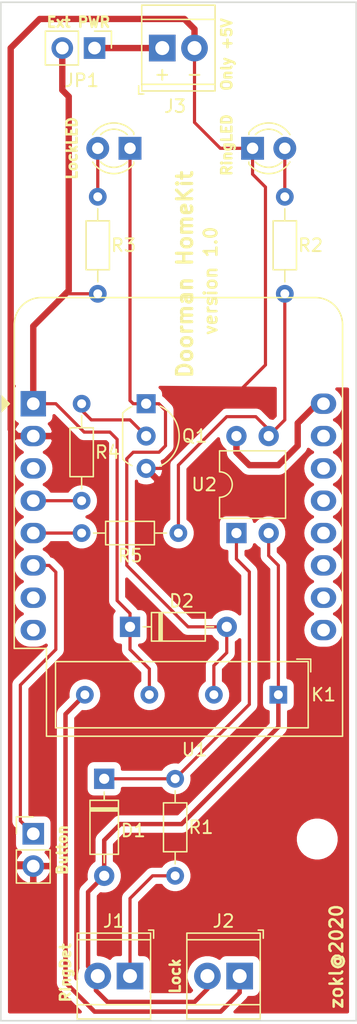
<source format=kicad_pcb>
(kicad_pcb (version 20171130) (host pcbnew "(5.1.5-0-10_14)")

  (general
    (thickness 1.6)
    (drawings 19)
    (tracks 112)
    (zones 0)
    (modules 20)
    (nets 27)
  )

  (page A4)
  (layers
    (0 F.Cu signal)
    (31 B.Cu signal)
    (32 B.Adhes user hide)
    (33 F.Adhes user hide)
    (34 B.Paste user hide)
    (35 F.Paste user hide)
    (36 B.SilkS user hide)
    (37 F.SilkS user)
    (38 B.Mask user hide)
    (39 F.Mask user)
    (40 Dwgs.User user)
    (41 Cmts.User user)
    (42 Eco1.User user hide)
    (43 Eco2.User user hide)
    (44 Edge.Cuts user)
    (45 Margin user hide)
    (46 B.CrtYd user hide)
    (47 F.CrtYd user hide)
    (48 B.Fab user hide)
    (49 F.Fab user hide)
  )

  (setup
    (last_trace_width 0.25)
    (trace_clearance 0.2)
    (zone_clearance 0.508)
    (zone_45_only no)
    (trace_min 0.2)
    (via_size 0.8)
    (via_drill 0.4)
    (via_min_size 0.4)
    (via_min_drill 0.3)
    (uvia_size 0.3)
    (uvia_drill 0.1)
    (uvias_allowed no)
    (uvia_min_size 0.2)
    (uvia_min_drill 0.1)
    (edge_width 0.05)
    (segment_width 0.2)
    (pcb_text_width 0.3)
    (pcb_text_size 1.5 1.5)
    (mod_edge_width 0.12)
    (mod_text_size 1 1)
    (mod_text_width 0.15)
    (pad_size 1.524 1.524)
    (pad_drill 0.762)
    (pad_to_mask_clearance 0.051)
    (solder_mask_min_width 0.25)
    (aux_axis_origin 0 0)
    (visible_elements FFFFFF7F)
    (pcbplotparams
      (layerselection 0x010a0_7fffffff)
      (usegerberextensions false)
      (usegerberattributes false)
      (usegerberadvancedattributes false)
      (creategerberjobfile false)
      (excludeedgelayer true)
      (linewidth 0.100000)
      (plotframeref false)
      (viasonmask false)
      (mode 1)
      (useauxorigin false)
      (hpglpennumber 1)
      (hpglpenspeed 20)
      (hpglpendiameter 15.000000)
      (psnegative false)
      (psa4output false)
      (plotreference true)
      (plotvalue true)
      (plotinvisibletext false)
      (padsonsilk false)
      (subtractmaskfromsilk false)
      (outputformat 4)
      (mirror false)
      (drillshape 0)
      (scaleselection 1)
      (outputdirectory ""))
  )

  (net 0 "")
  (net 1 PhGND)
  (net 2 "Net-(D1-Pad1)")
  (net 3 "Net-(D2-Pad2)")
  (net 4 +5V)
  (net 5 PhRing)
  (net 6 PhLock)
  (net 7 GND)
  (net 8 "Net-(J3-Pad1)")
  (net 9 "Net-(LED1-Pad2)")
  (net 10 "Net-(LED2-Pad2)")
  (net 11 "Net-(Q1-Pad2)")
  (net 12 "Net-(R2-Pad2)")
  (net 13 Lock)
  (net 14 RingDet)
  (net 15 Butt)
  (net 16 +3V3)
  (net 17 "Net-(U1-Pad15)")
  (net 18 "Net-(U1-Pad14)")
  (net 19 "Net-(U1-Pad13)")
  (net 20 "Net-(U1-Pad12)")
  (net 21 "Net-(U1-Pad11)")
  (net 22 "Net-(U1-Pad10)")
  (net 23 "Net-(U1-Pad9)")
  (net 24 "Net-(U1-Pad8)")
  (net 25 "Net-(U1-Pad7)")
  (net 26 "Net-(U1-Pad3)")

  (net_class Default "This is the default net class."
    (clearance 0.2)
    (trace_width 0.25)
    (via_dia 0.8)
    (via_drill 0.4)
    (uvia_dia 0.3)
    (uvia_drill 0.1)
    (add_net +3V3)
    (add_net +5V)
    (add_net Butt)
    (add_net GND)
    (add_net Lock)
    (add_net "Net-(D1-Pad1)")
    (add_net "Net-(D2-Pad2)")
    (add_net "Net-(J3-Pad1)")
    (add_net "Net-(LED1-Pad2)")
    (add_net "Net-(LED2-Pad2)")
    (add_net "Net-(Q1-Pad2)")
    (add_net "Net-(R2-Pad2)")
    (add_net "Net-(U1-Pad10)")
    (add_net "Net-(U1-Pad11)")
    (add_net "Net-(U1-Pad12)")
    (add_net "Net-(U1-Pad13)")
    (add_net "Net-(U1-Pad14)")
    (add_net "Net-(U1-Pad15)")
    (add_net "Net-(U1-Pad3)")
    (add_net "Net-(U1-Pad7)")
    (add_net "Net-(U1-Pad8)")
    (add_net "Net-(U1-Pad9)")
    (add_net PhGND)
    (add_net PhLock)
    (add_net PhRing)
    (add_net RingDet)
  )

  (module Package_TO_SOT_THT:TO-92_Inline_Wide (layer F.Cu) (tedit 5A02FF81) (tstamp 5E1DC800)
    (at 112.522 82.804 270)
    (descr "TO-92 leads in-line, wide, drill 0.75mm (see NXP sot054_po.pdf)")
    (tags "to-92 sc-43 sc-43a sot54 PA33 transistor")
    (path /5E1CEC48)
    (fp_text reference Q1 (at 2.54 -3.81) (layer F.SilkS)
      (effects (font (size 1 1) (thickness 0.15)))
    )
    (fp_text value BC337 (at 2.54 2.79 90) (layer F.Fab)
      (effects (font (size 1 1) (thickness 0.15)))
    )
    (fp_arc (start 2.54 0) (end 4.34 1.85) (angle -20) (layer F.SilkS) (width 0.12))
    (fp_arc (start 2.54 0) (end 2.54 -2.48) (angle -135) (layer F.Fab) (width 0.1))
    (fp_arc (start 2.54 0) (end 2.54 -2.48) (angle 135) (layer F.Fab) (width 0.1))
    (fp_arc (start 2.54 0) (end 2.54 -2.6) (angle 65) (layer F.SilkS) (width 0.12))
    (fp_arc (start 2.54 0) (end 2.54 -2.6) (angle -65) (layer F.SilkS) (width 0.12))
    (fp_arc (start 2.54 0) (end 0.74 1.85) (angle 20) (layer F.SilkS) (width 0.12))
    (fp_line (start 6.09 2.01) (end -1.01 2.01) (layer F.CrtYd) (width 0.05))
    (fp_line (start 6.09 2.01) (end 6.09 -2.73) (layer F.CrtYd) (width 0.05))
    (fp_line (start -1.01 -2.73) (end -1.01 2.01) (layer F.CrtYd) (width 0.05))
    (fp_line (start -1.01 -2.73) (end 6.09 -2.73) (layer F.CrtYd) (width 0.05))
    (fp_line (start 0.8 1.75) (end 4.3 1.75) (layer F.Fab) (width 0.1))
    (fp_line (start 0.74 1.85) (end 4.34 1.85) (layer F.SilkS) (width 0.12))
    (fp_text user %R (at 2.54 -3.56 90) (layer F.Fab)
      (effects (font (size 1 1) (thickness 0.15)))
    )
    (pad 1 thru_hole rect (at 0 0) (size 1.5 1.5) (drill 0.8) (layers *.Cu *.Mask)
      (net 3 "Net-(D2-Pad2)"))
    (pad 3 thru_hole circle (at 5.08 0) (size 1.5 1.5) (drill 0.8) (layers *.Cu *.Mask)
      (net 7 GND))
    (pad 2 thru_hole circle (at 2.54 0) (size 1.5 1.5) (drill 0.8) (layers *.Cu *.Mask)
      (net 11 "Net-(Q1-Pad2)"))
    (model ${KISYS3DMOD}/Package_TO_SOT_THT.3dshapes/TO-92_Inline_Wide.wrl
      (at (xyz 0 0 0))
      (scale (xyz 1 1 1))
      (rotate (xyz 0 0 0))
    )
  )

  (module Diode_THT:D_DO-35_SOD27_P7.62mm_Horizontal (layer F.Cu) (tedit 5AE50CD5) (tstamp 5E2009EE)
    (at 111.252 100.33)
    (descr "Diode, DO-35_SOD27 series, Axial, Horizontal, pin pitch=7.62mm, , length*diameter=4*2mm^2, , http://www.diodes.com/_files/packages/DO-35.pdf")
    (tags "Diode DO-35_SOD27 series Axial Horizontal pin pitch 7.62mm  length 4mm diameter 2mm")
    (path /5E1D08DC)
    (fp_text reference D2 (at 4.064 -2.032) (layer F.SilkS)
      (effects (font (size 1 1) (thickness 0.15)))
    )
    (fp_text value 1N4148 (at 3.81 2.12) (layer F.Fab)
      (effects (font (size 1 1) (thickness 0.15)))
    )
    (fp_text user K (at 0 -1.8) (layer F.Fab)
      (effects (font (size 1 1) (thickness 0.15)))
    )
    (fp_text user K (at 0 -1.8) (layer F.Fab)
      (effects (font (size 1 1) (thickness 0.15)))
    )
    (fp_text user %R (at 4.11 0) (layer F.Fab)
      (effects (font (size 0.8 0.8) (thickness 0.12)))
    )
    (fp_line (start 8.67 -1.25) (end -1.05 -1.25) (layer F.CrtYd) (width 0.05))
    (fp_line (start 8.67 1.25) (end 8.67 -1.25) (layer F.CrtYd) (width 0.05))
    (fp_line (start -1.05 1.25) (end 8.67 1.25) (layer F.CrtYd) (width 0.05))
    (fp_line (start -1.05 -1.25) (end -1.05 1.25) (layer F.CrtYd) (width 0.05))
    (fp_line (start 2.29 -1.12) (end 2.29 1.12) (layer F.SilkS) (width 0.12))
    (fp_line (start 2.53 -1.12) (end 2.53 1.12) (layer F.SilkS) (width 0.12))
    (fp_line (start 2.41 -1.12) (end 2.41 1.12) (layer F.SilkS) (width 0.12))
    (fp_line (start 6.58 0) (end 5.93 0) (layer F.SilkS) (width 0.12))
    (fp_line (start 1.04 0) (end 1.69 0) (layer F.SilkS) (width 0.12))
    (fp_line (start 5.93 -1.12) (end 1.69 -1.12) (layer F.SilkS) (width 0.12))
    (fp_line (start 5.93 1.12) (end 5.93 -1.12) (layer F.SilkS) (width 0.12))
    (fp_line (start 1.69 1.12) (end 5.93 1.12) (layer F.SilkS) (width 0.12))
    (fp_line (start 1.69 -1.12) (end 1.69 1.12) (layer F.SilkS) (width 0.12))
    (fp_line (start 2.31 -1) (end 2.31 1) (layer F.Fab) (width 0.1))
    (fp_line (start 2.51 -1) (end 2.51 1) (layer F.Fab) (width 0.1))
    (fp_line (start 2.41 -1) (end 2.41 1) (layer F.Fab) (width 0.1))
    (fp_line (start 7.62 0) (end 5.81 0) (layer F.Fab) (width 0.1))
    (fp_line (start 0 0) (end 1.81 0) (layer F.Fab) (width 0.1))
    (fp_line (start 5.81 -1) (end 1.81 -1) (layer F.Fab) (width 0.1))
    (fp_line (start 5.81 1) (end 5.81 -1) (layer F.Fab) (width 0.1))
    (fp_line (start 1.81 1) (end 5.81 1) (layer F.Fab) (width 0.1))
    (fp_line (start 1.81 -1) (end 1.81 1) (layer F.Fab) (width 0.1))
    (pad 2 thru_hole oval (at 7.62 0) (size 1.6 1.6) (drill 0.8) (layers *.Cu *.Mask)
      (net 3 "Net-(D2-Pad2)"))
    (pad 1 thru_hole rect (at 0 0) (size 1.6 1.6) (drill 0.8) (layers *.Cu *.Mask)
      (net 4 +5V))
    (model ${KISYS3DMOD}/Diode_THT.3dshapes/D_DO-35_SOD27_P7.62mm_Horizontal.wrl
      (at (xyz 0 0 0))
      (scale (xyz 1 1 1))
      (rotate (xyz 0 0 0))
    )
  )

  (module Package_DIP:DIP-4_W7.62mm (layer F.Cu) (tedit 5A02E8C5) (tstamp 5E2012BA)
    (at 119.634 92.964 90)
    (descr "4-lead though-hole mounted DIP package, row spacing 7.62 mm (300 mils)")
    (tags "THT DIP DIL PDIP 2.54mm 7.62mm 300mil")
    (path /5E1CFE89)
    (fp_text reference U2 (at 3.81 -2.54 180) (layer F.SilkS)
      (effects (font (size 1 1) (thickness 0.15)))
    )
    (fp_text value PC817 (at 3.81 4.87 90) (layer F.Fab)
      (effects (font (size 1 1) (thickness 0.15)))
    )
    (fp_text user %R (at 3.81 1.27 90) (layer F.Fab)
      (effects (font (size 1 1) (thickness 0.15)))
    )
    (fp_line (start 8.7 -1.55) (end -1.1 -1.55) (layer F.CrtYd) (width 0.05))
    (fp_line (start 8.7 4.1) (end 8.7 -1.55) (layer F.CrtYd) (width 0.05))
    (fp_line (start -1.1 4.1) (end 8.7 4.1) (layer F.CrtYd) (width 0.05))
    (fp_line (start -1.1 -1.55) (end -1.1 4.1) (layer F.CrtYd) (width 0.05))
    (fp_line (start 6.46 -1.33) (end 4.81 -1.33) (layer F.SilkS) (width 0.12))
    (fp_line (start 6.46 3.87) (end 6.46 -1.33) (layer F.SilkS) (width 0.12))
    (fp_line (start 1.16 3.87) (end 6.46 3.87) (layer F.SilkS) (width 0.12))
    (fp_line (start 1.16 -1.33) (end 1.16 3.87) (layer F.SilkS) (width 0.12))
    (fp_line (start 2.81 -1.33) (end 1.16 -1.33) (layer F.SilkS) (width 0.12))
    (fp_line (start 0.635 -0.27) (end 1.635 -1.27) (layer F.Fab) (width 0.1))
    (fp_line (start 0.635 3.81) (end 0.635 -0.27) (layer F.Fab) (width 0.1))
    (fp_line (start 6.985 3.81) (end 0.635 3.81) (layer F.Fab) (width 0.1))
    (fp_line (start 6.985 -1.27) (end 6.985 3.81) (layer F.Fab) (width 0.1))
    (fp_line (start 1.635 -1.27) (end 6.985 -1.27) (layer F.Fab) (width 0.1))
    (fp_arc (start 3.81 -1.33) (end 2.81 -1.33) (angle -180) (layer F.SilkS) (width 0.12))
    (pad 4 thru_hole oval (at 7.62 0 90) (size 1.6 1.6) (drill 0.8) (layers *.Cu *.Mask)
      (net 16 +3V3))
    (pad 2 thru_hole oval (at 0 2.54 90) (size 1.6 1.6) (drill 0.8) (layers *.Cu *.Mask)
      (net 1 PhGND))
    (pad 3 thru_hole oval (at 7.62 2.54 90) (size 1.6 1.6) (drill 0.8) (layers *.Cu *.Mask)
      (net 12 "Net-(R2-Pad2)"))
    (pad 1 thru_hole rect (at 0 0 90) (size 1.6 1.6) (drill 0.8) (layers *.Cu *.Mask)
      (net 2 "Net-(D1-Pad1)"))
    (model ${KISYS3DMOD}/Package_DIP.3dshapes/DIP-4_W7.62mm.wrl
      (at (xyz 0 0 0))
      (scale (xyz 1 1 1))
      (rotate (xyz 0 0 0))
    )
  )

  (module Resistor_THT:R_Axial_DIN0204_L3.6mm_D1.6mm_P7.62mm_Horizontal (layer F.Cu) (tedit 5AE5139B) (tstamp 5E1DC81E)
    (at 123.444 66.548 270)
    (descr "Resistor, Axial_DIN0204 series, Axial, Horizontal, pin pitch=7.62mm, 0.167W, length*diameter=3.6*1.6mm^2, http://cdn-reichelt.de/documents/datenblatt/B400/1_4W%23YAG.pdf")
    (tags "Resistor Axial_DIN0204 series Axial Horizontal pin pitch 7.62mm 0.167W length 3.6mm diameter 1.6mm")
    (path /5E1DAE6F)
    (fp_text reference R2 (at 3.81 -2.032 180) (layer F.SilkS)
      (effects (font (size 1 1) (thickness 0.15)))
    )
    (fp_text value 380R (at 2.54 1.92 90) (layer F.Fab)
      (effects (font (size 1 1) (thickness 0.15)))
    )
    (fp_text user %R (at 2.54 -1.92 90) (layer F.Fab)
      (effects (font (size 1 1) (thickness 0.15)))
    )
    (fp_line (start 8.57 -1.05) (end -0.95 -1.05) (layer F.CrtYd) (width 0.05))
    (fp_line (start 8.57 1.05) (end 8.57 -1.05) (layer F.CrtYd) (width 0.05))
    (fp_line (start -0.95 1.05) (end 8.57 1.05) (layer F.CrtYd) (width 0.05))
    (fp_line (start -0.95 -1.05) (end -0.95 1.05) (layer F.CrtYd) (width 0.05))
    (fp_line (start 6.68 0) (end 5.73 0) (layer F.SilkS) (width 0.12))
    (fp_line (start 0.94 0) (end 1.89 0) (layer F.SilkS) (width 0.12))
    (fp_line (start 5.73 -0.92) (end 1.89 -0.92) (layer F.SilkS) (width 0.12))
    (fp_line (start 5.73 0.92) (end 5.73 -0.92) (layer F.SilkS) (width 0.12))
    (fp_line (start 1.89 0.92) (end 5.73 0.92) (layer F.SilkS) (width 0.12))
    (fp_line (start 1.89 -0.92) (end 1.89 0.92) (layer F.SilkS) (width 0.12))
    (fp_line (start 7.62 0) (end 5.61 0) (layer F.Fab) (width 0.1))
    (fp_line (start 0 0) (end 2.01 0) (layer F.Fab) (width 0.1))
    (fp_line (start 5.61 -0.8) (end 2.01 -0.8) (layer F.Fab) (width 0.1))
    (fp_line (start 5.61 0.8) (end 5.61 -0.8) (layer F.Fab) (width 0.1))
    (fp_line (start 2.01 0.8) (end 5.61 0.8) (layer F.Fab) (width 0.1))
    (fp_line (start 2.01 -0.8) (end 2.01 0.8) (layer F.Fab) (width 0.1))
    (pad 2 thru_hole oval (at 7.62 0 270) (size 1.4 1.4) (drill 0.7) (layers *.Cu *.Mask)
      (net 12 "Net-(R2-Pad2)"))
    (pad 1 thru_hole circle (at 0 0 270) (size 1.4 1.4) (drill 0.7) (layers *.Cu *.Mask)
      (net 9 "Net-(LED1-Pad2)"))
    (model ${KISYS3DMOD}/Resistor_THT.3dshapes/R_Axial_DIN0204_L3.6mm_D1.6mm_P7.62mm_Horizontal.wrl
      (at (xyz 0 0 0))
      (scale (xyz 1 1 1))
      (rotate (xyz 0 0 0))
    )
  )

  (module Relay_THT:Relay_SPST_StandexMeder_SIL_Form1A (layer F.Cu) (tedit 5A54B0D5) (tstamp 5E200BE7)
    (at 122.936 105.664 180)
    (descr "Standex-Meder SIL-relais, Form 1A, see https://standexelectronics.com/wp-content/uploads/datasheet_reed_relay_SIL.pdf")
    (tags "Standex Meder SIL reed relais")
    (path /5E1CE54F)
    (fp_text reference K1 (at -3.556 0) (layer F.SilkS)
      (effects (font (size 1 1) (thickness 0.15)))
    )
    (fp_text value S1A05 (at 7.65 3.55) (layer F.Fab)
      (effects (font (size 1 1) (thickness 0.15)))
    )
    (fp_line (start 17.75 2.8) (end -2.55 2.8) (layer F.CrtYd) (width 0.05))
    (fp_line (start 17.75 2.8) (end 17.75 -2.8) (layer F.CrtYd) (width 0.05))
    (fp_line (start -2.55 -2.8) (end -2.55 2.8) (layer F.CrtYd) (width 0.05))
    (fp_line (start -2.55 -2.8) (end 17.75 -2.8) (layer F.CrtYd) (width 0.05))
    (fp_line (start -2.3 1.66674) (end -2.3 -2.58326) (layer F.Fab) (width 0.12))
    (fp_line (start -2.3 -2.58326) (end 17.5 -2.58326) (layer F.Fab) (width 0.12))
    (fp_line (start 17.5 -2.58326) (end 17.5 2.51674) (layer F.Fab) (width 0.12))
    (fp_line (start 17.5 2.51674) (end -1.5 2.51674) (layer F.Fab) (width 0.12))
    (fp_line (start -1.5 2.51674) (end -2.3 1.66674) (layer F.Fab) (width 0.12))
    (fp_line (start -2.35 -2.6) (end 17.55 -2.6) (layer F.SilkS) (width 0.12))
    (fp_line (start 17.55 -2.6) (end 17.55 2.6) (layer F.SilkS) (width 0.12))
    (fp_line (start 17.55 2.6) (end -2.35 2.6) (layer F.SilkS) (width 0.12))
    (fp_line (start -2.35 2.6) (end -2.35 -2.6) (layer F.SilkS) (width 0.12))
    (fp_line (start -1.45 2.8) (end -2.55 2.8) (layer F.SilkS) (width 0.12))
    (fp_line (start -2.55 2.8) (end -2.55 1.8) (layer F.SilkS) (width 0.12))
    (fp_text user %R (at 7.75 0) (layer F.Fab)
      (effects (font (size 1 1) (thickness 0.15)))
    )
    (pad 1 thru_hole rect (at 0 0 180) (size 1.4 1.4) (drill 0.7) (layers *.Cu *.Mask)
      (net 1 PhGND))
    (pad 3 thru_hole circle (at 5.08 0 180) (size 1.4 1.4) (drill 0.7) (layers *.Cu *.Mask)
      (net 3 "Net-(D2-Pad2)"))
    (pad 5 thru_hole circle (at 10.16 0 180) (size 1.4 1.4) (drill 0.7) (layers *.Cu *.Mask)
      (net 4 +5V))
    (pad 7 thru_hole circle (at 15.24 0 180) (size 1.4 1.4) (drill 0.7) (layers *.Cu *.Mask)
      (net 6 PhLock))
    (model ${KISYS3DMOD}/Relay_THT.3dshapes/Relay_SPST_StandexMeder_SIL_Form1A.wrl
      (at (xyz 0 0 0))
      (scale (xyz 1 1 1))
      (rotate (xyz 0 0 0))
    )
  )

  (module MountingHole:MountingHole_2.2mm_M2 locked (layer F.Cu) (tedit 56D1B4CB) (tstamp 5E1FC207)
    (at 126 117)
    (descr "Mounting Hole 2.2mm, no annular, M2")
    (tags "mounting hole 2.2mm no annular m2")
    (attr virtual)
    (fp_text reference H1 (at 0 -3.2) (layer F.SilkS) hide
      (effects (font (size 1 1) (thickness 0.15)))
    )
    (fp_text value MountingHole_2.2mm_M2 (at 0 3.2) (layer F.Fab) hide
      (effects (font (size 1 1) (thickness 0.15)))
    )
    (fp_text user %R (at 0.3 0) (layer F.Fab)
      (effects (font (size 1 1) (thickness 0.15)))
    )
    (fp_circle (center 0 0) (end 2.2 0) (layer Cmts.User) (width 0.15))
    (fp_circle (center 0 0) (end 2.45 0) (layer F.CrtYd) (width 0.05))
    (pad 1 np_thru_hole circle (at 0 0) (size 2.2 2.2) (drill 2.2) (layers *.Cu *.Mask))
  )

  (module MountingHole:MountingHole_2.2mm_M2 locked (layer F.Cu) (tedit 56D1B4CB) (tstamp 5E1FC1BA)
    (at 104 66)
    (descr "Mounting Hole 2.2mm, no annular, M2")
    (tags "mounting hole 2.2mm no annular m2")
    (attr virtual)
    (fp_text reference H1 (at 0 -3.2) (layer F.SilkS) hide
      (effects (font (size 1 1) (thickness 0.15)))
    )
    (fp_text value MountingHole_2.2mm_M2 (at 0 3.2) (layer F.Fab) hide
      (effects (font (size 1 1) (thickness 0.15)))
    )
    (fp_circle (center 0 0) (end 2.45 0) (layer F.CrtYd) (width 0.05))
    (fp_circle (center 0 0) (end 2.2 0) (layer Cmts.User) (width 0.15))
    (fp_text user %R (at 0.3 0) (layer F.Fab)
      (effects (font (size 1 1) (thickness 0.15)))
    )
    (pad 1 np_thru_hole circle (at 0 0) (size 2.2 2.2) (drill 2.2) (layers *.Cu *.Mask))
  )

  (module Resistor_THT:R_Axial_DIN0204_L3.6mm_D1.6mm_P7.62mm_Horizontal (layer F.Cu) (tedit 5AE5139B) (tstamp 5E20181A)
    (at 115.062 92.964 180)
    (descr "Resistor, Axial_DIN0204 series, Axial, Horizontal, pin pitch=7.62mm, 0.167W, length*diameter=3.6*1.6mm^2, http://cdn-reichelt.de/documents/datenblatt/B400/1_4W%23YAG.pdf")
    (tags "Resistor Axial_DIN0204 series Axial Horizontal pin pitch 7.62mm 0.167W length 3.6mm diameter 1.6mm")
    (path /5E1DD5B7)
    (fp_text reference R5 (at 3.81 -1.778) (layer F.SilkS)
      (effects (font (size 1 1) (thickness 0.15)))
    )
    (fp_text value 1k (at 2.54 1.92) (layer F.Fab)
      (effects (font (size 1 1) (thickness 0.15)))
    )
    (fp_text user %R (at 2.54 -1.92) (layer F.Fab)
      (effects (font (size 1 1) (thickness 0.15)))
    )
    (fp_line (start 8.57 -1.05) (end -0.95 -1.05) (layer F.CrtYd) (width 0.05))
    (fp_line (start 8.57 1.05) (end 8.57 -1.05) (layer F.CrtYd) (width 0.05))
    (fp_line (start -0.95 1.05) (end 8.57 1.05) (layer F.CrtYd) (width 0.05))
    (fp_line (start -0.95 -1.05) (end -0.95 1.05) (layer F.CrtYd) (width 0.05))
    (fp_line (start 6.68 0) (end 5.73 0) (layer F.SilkS) (width 0.12))
    (fp_line (start 0.94 0) (end 1.89 0) (layer F.SilkS) (width 0.12))
    (fp_line (start 5.73 -0.92) (end 1.89 -0.92) (layer F.SilkS) (width 0.12))
    (fp_line (start 5.73 0.92) (end 5.73 -0.92) (layer F.SilkS) (width 0.12))
    (fp_line (start 1.89 0.92) (end 5.73 0.92) (layer F.SilkS) (width 0.12))
    (fp_line (start 1.89 -0.92) (end 1.89 0.92) (layer F.SilkS) (width 0.12))
    (fp_line (start 7.62 0) (end 5.61 0) (layer F.Fab) (width 0.1))
    (fp_line (start 0 0) (end 2.01 0) (layer F.Fab) (width 0.1))
    (fp_line (start 5.61 -0.8) (end 2.01 -0.8) (layer F.Fab) (width 0.1))
    (fp_line (start 5.61 0.8) (end 5.61 -0.8) (layer F.Fab) (width 0.1))
    (fp_line (start 2.01 0.8) (end 5.61 0.8) (layer F.Fab) (width 0.1))
    (fp_line (start 2.01 -0.8) (end 2.01 0.8) (layer F.Fab) (width 0.1))
    (pad 2 thru_hole oval (at 7.62 0 180) (size 1.4 1.4) (drill 0.7) (layers *.Cu *.Mask)
      (net 14 RingDet))
    (pad 1 thru_hole circle (at 0 0 180) (size 1.4 1.4) (drill 0.7) (layers *.Cu *.Mask)
      (net 12 "Net-(R2-Pad2)"))
    (model ${KISYS3DMOD}/Resistor_THT.3dshapes/R_Axial_DIN0204_L3.6mm_D1.6mm_P7.62mm_Horizontal.wrl
      (at (xyz 0 0 0))
      (scale (xyz 1 1 1))
      (rotate (xyz 0 0 0))
    )
  )

  (module Resistor_THT:R_Axial_DIN0204_L3.6mm_D1.6mm_P7.62mm_Horizontal (layer F.Cu) (tedit 5AE5139B) (tstamp 5E2047E5)
    (at 108.712 66.548 270)
    (descr "Resistor, Axial_DIN0204 series, Axial, Horizontal, pin pitch=7.62mm, 0.167W, length*diameter=3.6*1.6mm^2, http://cdn-reichelt.de/documents/datenblatt/B400/1_4W%23YAG.pdf")
    (tags "Resistor Axial_DIN0204 series Axial Horizontal pin pitch 7.62mm 0.167W length 3.6mm diameter 1.6mm")
    (path /5E1DB338)
    (fp_text reference R3 (at 3.81 -2.032 180) (layer F.SilkS)
      (effects (font (size 1 1) (thickness 0.15)))
    )
    (fp_text value 380R (at 2.54 1.92 90) (layer F.Fab)
      (effects (font (size 1 1) (thickness 0.15)))
    )
    (fp_text user %R (at 2.54 -1.92 90) (layer F.Fab)
      (effects (font (size 1 1) (thickness 0.15)))
    )
    (fp_line (start 8.57 -1.05) (end -0.95 -1.05) (layer F.CrtYd) (width 0.05))
    (fp_line (start 8.57 1.05) (end 8.57 -1.05) (layer F.CrtYd) (width 0.05))
    (fp_line (start -0.95 1.05) (end 8.57 1.05) (layer F.CrtYd) (width 0.05))
    (fp_line (start -0.95 -1.05) (end -0.95 1.05) (layer F.CrtYd) (width 0.05))
    (fp_line (start 6.68 0) (end 5.73 0) (layer F.SilkS) (width 0.12))
    (fp_line (start 0.94 0) (end 1.89 0) (layer F.SilkS) (width 0.12))
    (fp_line (start 5.73 -0.92) (end 1.89 -0.92) (layer F.SilkS) (width 0.12))
    (fp_line (start 5.73 0.92) (end 5.73 -0.92) (layer F.SilkS) (width 0.12))
    (fp_line (start 1.89 0.92) (end 5.73 0.92) (layer F.SilkS) (width 0.12))
    (fp_line (start 1.89 -0.92) (end 1.89 0.92) (layer F.SilkS) (width 0.12))
    (fp_line (start 7.62 0) (end 5.61 0) (layer F.Fab) (width 0.1))
    (fp_line (start 0 0) (end 2.01 0) (layer F.Fab) (width 0.1))
    (fp_line (start 5.61 -0.8) (end 2.01 -0.8) (layer F.Fab) (width 0.1))
    (fp_line (start 5.61 0.8) (end 5.61 -0.8) (layer F.Fab) (width 0.1))
    (fp_line (start 2.01 0.8) (end 5.61 0.8) (layer F.Fab) (width 0.1))
    (fp_line (start 2.01 -0.8) (end 2.01 0.8) (layer F.Fab) (width 0.1))
    (pad 2 thru_hole oval (at 7.62 0 270) (size 1.4 1.4) (drill 0.7) (layers *.Cu *.Mask)
      (net 4 +5V))
    (pad 1 thru_hole circle (at 0 0 270) (size 1.4 1.4) (drill 0.7) (layers *.Cu *.Mask)
      (net 10 "Net-(LED2-Pad2)"))
    (model ${KISYS3DMOD}/Resistor_THT.3dshapes/R_Axial_DIN0204_L3.6mm_D1.6mm_P7.62mm_Horizontal.wrl
      (at (xyz 0 0 0))
      (scale (xyz 1 1 1))
      (rotate (xyz 0 0 0))
    )
  )

  (module Resistor_THT:R_Axial_DIN0204_L3.6mm_D1.6mm_P7.62mm_Horizontal (layer F.Cu) (tedit 5AE5139B) (tstamp 5E1DC80F)
    (at 114.808 119.888 90)
    (descr "Resistor, Axial_DIN0204 series, Axial, Horizontal, pin pitch=7.62mm, 0.167W, length*diameter=3.6*1.6mm^2, http://cdn-reichelt.de/documents/datenblatt/B400/1_4W%23YAG.pdf")
    (tags "Resistor Axial_DIN0204 series Axial Horizontal pin pitch 7.62mm 0.167W length 3.6mm diameter 1.6mm")
    (path /5E1D40CD)
    (fp_text reference R1 (at 3.81 2.032) (layer F.SilkS)
      (effects (font (size 1 1) (thickness 0.15)))
    )
    (fp_text value 680R (at 2.54 1.92 90) (layer F.Fab)
      (effects (font (size 1 1) (thickness 0.15)))
    )
    (fp_text user %R (at 2.54 -1.92 90) (layer F.Fab)
      (effects (font (size 1 1) (thickness 0.15)))
    )
    (fp_line (start 8.57 -1.05) (end -0.95 -1.05) (layer F.CrtYd) (width 0.05))
    (fp_line (start 8.57 1.05) (end 8.57 -1.05) (layer F.CrtYd) (width 0.05))
    (fp_line (start -0.95 1.05) (end 8.57 1.05) (layer F.CrtYd) (width 0.05))
    (fp_line (start -0.95 -1.05) (end -0.95 1.05) (layer F.CrtYd) (width 0.05))
    (fp_line (start 6.68 0) (end 5.73 0) (layer F.SilkS) (width 0.12))
    (fp_line (start 0.94 0) (end 1.89 0) (layer F.SilkS) (width 0.12))
    (fp_line (start 5.73 -0.92) (end 1.89 -0.92) (layer F.SilkS) (width 0.12))
    (fp_line (start 5.73 0.92) (end 5.73 -0.92) (layer F.SilkS) (width 0.12))
    (fp_line (start 1.89 0.92) (end 5.73 0.92) (layer F.SilkS) (width 0.12))
    (fp_line (start 1.89 -0.92) (end 1.89 0.92) (layer F.SilkS) (width 0.12))
    (fp_line (start 7.62 0) (end 5.61 0) (layer F.Fab) (width 0.1))
    (fp_line (start 0 0) (end 2.01 0) (layer F.Fab) (width 0.1))
    (fp_line (start 5.61 -0.8) (end 2.01 -0.8) (layer F.Fab) (width 0.1))
    (fp_line (start 5.61 0.8) (end 5.61 -0.8) (layer F.Fab) (width 0.1))
    (fp_line (start 2.01 0.8) (end 5.61 0.8) (layer F.Fab) (width 0.1))
    (fp_line (start 2.01 -0.8) (end 2.01 0.8) (layer F.Fab) (width 0.1))
    (pad 2 thru_hole oval (at 7.62 0 90) (size 1.4 1.4) (drill 0.7) (layers *.Cu *.Mask)
      (net 2 "Net-(D1-Pad1)"))
    (pad 1 thru_hole circle (at 0 0 90) (size 1.4 1.4) (drill 0.7) (layers *.Cu *.Mask)
      (net 5 PhRing))
    (model ${KISYS3DMOD}/Resistor_THT.3dshapes/R_Axial_DIN0204_L3.6mm_D1.6mm_P7.62mm_Horizontal.wrl
      (at (xyz 0 0 0))
      (scale (xyz 1 1 1))
      (rotate (xyz 0 0 0))
    )
  )

  (module Resistor_THT:R_Axial_DIN0204_L3.6mm_D1.6mm_P7.62mm_Horizontal (layer F.Cu) (tedit 5AE5139B) (tstamp 5E20161C)
    (at 107.442 82.804 270)
    (descr "Resistor, Axial_DIN0204 series, Axial, Horizontal, pin pitch=7.62mm, 0.167W, length*diameter=3.6*1.6mm^2, http://cdn-reichelt.de/documents/datenblatt/B400/1_4W%23YAG.pdf")
    (tags "Resistor Axial_DIN0204 series Axial Horizontal pin pitch 7.62mm 0.167W length 3.6mm diameter 1.6mm")
    (path /5E1DCF9C)
    (fp_text reference R4 (at 3.81 -2.032 180) (layer F.SilkS)
      (effects (font (size 1 1) (thickness 0.15)))
    )
    (fp_text value 1k (at 2.54 1.92 90) (layer F.Fab)
      (effects (font (size 1 1) (thickness 0.15)))
    )
    (fp_text user %R (at 2.54 -1.92 90) (layer F.Fab)
      (effects (font (size 1 1) (thickness 0.15)))
    )
    (fp_line (start 8.57 -1.05) (end -0.95 -1.05) (layer F.CrtYd) (width 0.05))
    (fp_line (start 8.57 1.05) (end 8.57 -1.05) (layer F.CrtYd) (width 0.05))
    (fp_line (start -0.95 1.05) (end 8.57 1.05) (layer F.CrtYd) (width 0.05))
    (fp_line (start -0.95 -1.05) (end -0.95 1.05) (layer F.CrtYd) (width 0.05))
    (fp_line (start 6.68 0) (end 5.73 0) (layer F.SilkS) (width 0.12))
    (fp_line (start 0.94 0) (end 1.89 0) (layer F.SilkS) (width 0.12))
    (fp_line (start 5.73 -0.92) (end 1.89 -0.92) (layer F.SilkS) (width 0.12))
    (fp_line (start 5.73 0.92) (end 5.73 -0.92) (layer F.SilkS) (width 0.12))
    (fp_line (start 1.89 0.92) (end 5.73 0.92) (layer F.SilkS) (width 0.12))
    (fp_line (start 1.89 -0.92) (end 1.89 0.92) (layer F.SilkS) (width 0.12))
    (fp_line (start 7.62 0) (end 5.61 0) (layer F.Fab) (width 0.1))
    (fp_line (start 0 0) (end 2.01 0) (layer F.Fab) (width 0.1))
    (fp_line (start 5.61 -0.8) (end 2.01 -0.8) (layer F.Fab) (width 0.1))
    (fp_line (start 5.61 0.8) (end 5.61 -0.8) (layer F.Fab) (width 0.1))
    (fp_line (start 2.01 0.8) (end 5.61 0.8) (layer F.Fab) (width 0.1))
    (fp_line (start 2.01 -0.8) (end 2.01 0.8) (layer F.Fab) (width 0.1))
    (pad 2 thru_hole oval (at 7.62 0 270) (size 1.4 1.4) (drill 0.7) (layers *.Cu *.Mask)
      (net 13 Lock))
    (pad 1 thru_hole circle (at 0 0 270) (size 1.4 1.4) (drill 0.7) (layers *.Cu *.Mask)
      (net 11 "Net-(Q1-Pad2)"))
    (model ${KISYS3DMOD}/Resistor_THT.3dshapes/R_Axial_DIN0204_L3.6mm_D1.6mm_P7.62mm_Horizontal.wrl
      (at (xyz 0 0 0))
      (scale (xyz 1 1 1))
      (rotate (xyz 0 0 0))
    )
  )

  (module Connector_PinHeader_2.54mm:PinHeader_1x02_P2.54mm_Vertical (layer F.Cu) (tedit 59FED5CC) (tstamp 5E1E47D0)
    (at 108.458 54.864 270)
    (descr "Through hole straight pin header, 1x02, 2.54mm pitch, single row")
    (tags "Through hole pin header THT 1x02 2.54mm single row")
    (path /5E206C1B)
    (fp_text reference JP1 (at 2.54 1.016 180) (layer F.SilkS)
      (effects (font (size 1 1) (thickness 0.15)))
    )
    (fp_text value Jumper (at 0 4.87 90) (layer F.Fab)
      (effects (font (size 1 1) (thickness 0.15)))
    )
    (fp_text user %R (at 0 1.27 90) (layer F.Fab)
      (effects (font (size 1 1) (thickness 0.15)))
    )
    (fp_line (start 1.8 -1.8) (end -1.8 -1.8) (layer F.CrtYd) (width 0.05))
    (fp_line (start 1.8 4.35) (end 1.8 -1.8) (layer F.CrtYd) (width 0.05))
    (fp_line (start -1.8 4.35) (end 1.8 4.35) (layer F.CrtYd) (width 0.05))
    (fp_line (start -1.8 -1.8) (end -1.8 4.35) (layer F.CrtYd) (width 0.05))
    (fp_line (start -1.33 -1.33) (end 0 -1.33) (layer F.SilkS) (width 0.12))
    (fp_line (start -1.33 0) (end -1.33 -1.33) (layer F.SilkS) (width 0.12))
    (fp_line (start -1.33 1.27) (end 1.33 1.27) (layer F.SilkS) (width 0.12))
    (fp_line (start 1.33 1.27) (end 1.33 3.87) (layer F.SilkS) (width 0.12))
    (fp_line (start -1.33 1.27) (end -1.33 3.87) (layer F.SilkS) (width 0.12))
    (fp_line (start -1.33 3.87) (end 1.33 3.87) (layer F.SilkS) (width 0.12))
    (fp_line (start -1.27 -0.635) (end -0.635 -1.27) (layer F.Fab) (width 0.1))
    (fp_line (start -1.27 3.81) (end -1.27 -0.635) (layer F.Fab) (width 0.1))
    (fp_line (start 1.27 3.81) (end -1.27 3.81) (layer F.Fab) (width 0.1))
    (fp_line (start 1.27 -1.27) (end 1.27 3.81) (layer F.Fab) (width 0.1))
    (fp_line (start -0.635 -1.27) (end 1.27 -1.27) (layer F.Fab) (width 0.1))
    (pad 2 thru_hole oval (at 0 2.54 270) (size 1.7 1.7) (drill 1) (layers *.Cu *.Mask)
      (net 4 +5V))
    (pad 1 thru_hole rect (at 0 0 270) (size 1.7 1.7) (drill 1) (layers *.Cu *.Mask)
      (net 8 "Net-(J3-Pad1)"))
    (model ${KISYS3DMOD}/Connector_PinHeader_2.54mm.3dshapes/PinHeader_1x02_P2.54mm_Vertical.wrl
      (at (xyz 0 0 0))
      (scale (xyz 1 1 1))
      (rotate (xyz 0 0 0))
    )
  )

  (module Connector_PinHeader_2.54mm:PinHeader_1x02_P2.54mm_Vertical (layer F.Cu) (tedit 59FED5CC) (tstamp 5E1DC865)
    (at 103.632 116.586)
    (descr "Through hole straight pin header, 1x02, 2.54mm pitch, single row")
    (tags "Through hole pin header THT 1x02 2.54mm single row")
    (path /5E27D550)
    (fp_text reference Button (at 2.286 1.27 90) (layer F.SilkS)
      (effects (font (size 0.8 0.8) (thickness 0.2)))
    )
    (fp_text value Button (at 0 4.25) (layer F.Fab)
      (effects (font (size 1 1) (thickness 0.15)))
    )
    (fp_text user %R (at 0 -3.9) (layer F.Fab)
      (effects (font (size 1 1) (thickness 0.15)))
    )
    (fp_line (start 1.8 -1.8) (end -1.8 -1.8) (layer F.CrtYd) (width 0.05))
    (fp_line (start 1.8 4.35) (end 1.8 -1.8) (layer F.CrtYd) (width 0.05))
    (fp_line (start -1.8 4.35) (end 1.8 4.35) (layer F.CrtYd) (width 0.05))
    (fp_line (start -1.8 -1.8) (end -1.8 4.35) (layer F.CrtYd) (width 0.05))
    (fp_line (start -1.33 -1.33) (end 0 -1.33) (layer F.SilkS) (width 0.12))
    (fp_line (start -1.33 0) (end -1.33 -1.33) (layer F.SilkS) (width 0.12))
    (fp_line (start -1.33 1.27) (end 1.33 1.27) (layer F.SilkS) (width 0.12))
    (fp_line (start 1.33 1.27) (end 1.33 3.87) (layer F.SilkS) (width 0.12))
    (fp_line (start -1.33 1.27) (end -1.33 3.87) (layer F.SilkS) (width 0.12))
    (fp_line (start -1.33 3.87) (end 1.33 3.87) (layer F.SilkS) (width 0.12))
    (fp_line (start -1.27 -0.635) (end -0.635 -1.27) (layer F.Fab) (width 0.1))
    (fp_line (start -1.27 3.81) (end -1.27 -0.635) (layer F.Fab) (width 0.1))
    (fp_line (start 1.27 3.81) (end -1.27 3.81) (layer F.Fab) (width 0.1))
    (fp_line (start 1.27 -1.27) (end 1.27 3.81) (layer F.Fab) (width 0.1))
    (fp_line (start -0.635 -1.27) (end 1.27 -1.27) (layer F.Fab) (width 0.1))
    (pad 2 thru_hole oval (at 0 2.54) (size 1.7 1.7) (drill 1) (layers *.Cu *.Mask)
      (net 7 GND))
    (pad 1 thru_hole rect (at 0 0) (size 1.7 1.7) (drill 1) (layers *.Cu *.Mask)
      (net 15 Butt))
    (model ${KISYS3DMOD}/Connector_PinHeader_2.54mm.3dshapes/PinHeader_1x02_P2.54mm_Vertical.wrl
      (at (xyz 0 0 0))
      (scale (xyz 1 1 1))
      (rotate (xyz 0 0 0))
    )
  )

  (module Module:WEMOS_D1_mini_light locked (layer F.Cu) (tedit 5BBFB1CE) (tstamp 5E1E4330)
    (at 103.632 82.804)
    (descr "16-pin module, column spacing 22.86 mm (900 mils), https://wiki.wemos.cc/products:d1:d1_mini, https://c1.staticflickr.com/1/734/31400410271_f278b087db_z.jpg")
    (tags "ESP8266 WiFi microcontroller")
    (path /5E1CE043)
    (fp_text reference U1 (at 12.7 27.178) (layer F.SilkS)
      (effects (font (size 1 1) (thickness 0.15)))
    )
    (fp_text value WeMos_D1_mini (at 11.7 0) (layer F.Fab)
      (effects (font (size 1 1) (thickness 0.15)))
    )
    (fp_text user "No copper" (at 11.43 -3.81) (layer Cmts.User)
      (effects (font (size 1 1) (thickness 0.15)))
    )
    (fp_text user "KEEP OUT" (at 11.43 -6.35) (layer Cmts.User)
      (effects (font (size 1 1) (thickness 0.15)))
    )
    (fp_arc (start 22.23 -6.21) (end 24.36 -6.21) (angle -90) (layer F.SilkS) (width 0.12))
    (fp_arc (start 0.63 -6.21) (end 0.63 -8.34) (angle -90) (layer F.SilkS) (width 0.12))
    (fp_line (start 1.04 19.22) (end 1.04 26.12) (layer F.SilkS) (width 0.12))
    (fp_line (start -1.5 19.22) (end 1.04 19.22) (layer F.SilkS) (width 0.12))
    (fp_arc (start 22.23 -6.21) (end 24.23 -6.19) (angle -90) (layer F.Fab) (width 0.1))
    (fp_arc (start 0.63 -6.21) (end 0.63 -8.21) (angle -90) (layer F.Fab) (width 0.1))
    (fp_line (start -0.37 0) (end -1.37 -1) (layer F.Fab) (width 0.1))
    (fp_line (start -1.37 1) (end -0.37 0) (layer F.Fab) (width 0.1))
    (fp_line (start -1.37 -6.21) (end -1.37 -1) (layer F.Fab) (width 0.1))
    (fp_line (start 1.17 19.09) (end 1.17 25.99) (layer F.Fab) (width 0.1))
    (fp_line (start -1.37 19.09) (end 1.17 19.09) (layer F.Fab) (width 0.1))
    (fp_line (start -1.35 -7.4) (end -0.55 -8.2) (layer Dwgs.User) (width 0.1))
    (fp_line (start -1.3 -5.45) (end 1.45 -8.2) (layer Dwgs.User) (width 0.1))
    (fp_line (start -1.35 -3.4) (end 3.45 -8.2) (layer Dwgs.User) (width 0.1))
    (fp_line (start 22.65 -1.4) (end 24.25 -3) (layer Dwgs.User) (width 0.1))
    (fp_line (start 20.65 -1.4) (end 24.25 -5) (layer Dwgs.User) (width 0.1))
    (fp_line (start 18.65 -1.4) (end 24.25 -7) (layer Dwgs.User) (width 0.1))
    (fp_line (start 16.65 -1.4) (end 23.45 -8.2) (layer Dwgs.User) (width 0.1))
    (fp_line (start 14.65 -1.4) (end 21.45 -8.2) (layer Dwgs.User) (width 0.1))
    (fp_line (start 12.65 -1.4) (end 19.45 -8.2) (layer Dwgs.User) (width 0.1))
    (fp_line (start 10.65 -1.4) (end 17.45 -8.2) (layer Dwgs.User) (width 0.1))
    (fp_line (start 8.65 -1.4) (end 15.45 -8.2) (layer Dwgs.User) (width 0.1))
    (fp_line (start 6.65 -1.4) (end 13.45 -8.2) (layer Dwgs.User) (width 0.1))
    (fp_line (start 4.65 -1.4) (end 11.45 -8.2) (layer Dwgs.User) (width 0.1))
    (fp_line (start 2.65 -1.4) (end 9.45 -8.2) (layer Dwgs.User) (width 0.1))
    (fp_line (start 0.65 -1.4) (end 7.45 -8.2) (layer Dwgs.User) (width 0.1))
    (fp_line (start -1.35 -1.4) (end 5.45 -8.2) (layer Dwgs.User) (width 0.1))
    (fp_line (start -1.35 -8.2) (end -1.35 -1.4) (layer Dwgs.User) (width 0.1))
    (fp_line (start 24.25 -8.2) (end -1.35 -8.2) (layer Dwgs.User) (width 0.1))
    (fp_line (start 24.25 -1.4) (end 24.25 -8.2) (layer Dwgs.User) (width 0.1))
    (fp_line (start -1.35 -1.4) (end 24.25 -1.4) (layer Dwgs.User) (width 0.1))
    (fp_poly (pts (xy -2.54 -0.635) (xy -2.54 0.635) (xy -1.905 0)) (layer F.SilkS) (width 0.15))
    (fp_line (start -1.62 26.24) (end -1.62 -8.46) (layer F.CrtYd) (width 0.05))
    (fp_line (start 24.48 26.24) (end -1.62 26.24) (layer F.CrtYd) (width 0.05))
    (fp_line (start 24.48 -8.41) (end 24.48 26.24) (layer F.CrtYd) (width 0.05))
    (fp_line (start -1.62 -8.46) (end 24.48 -8.46) (layer F.CrtYd) (width 0.05))
    (fp_text user %R (at 11.43 10) (layer F.Fab)
      (effects (font (size 1 1) (thickness 0.15)))
    )
    (fp_line (start -1.37 1) (end -1.37 19.09) (layer F.Fab) (width 0.1))
    (fp_line (start 22.23 -8.21) (end 0.63 -8.21) (layer F.Fab) (width 0.1))
    (fp_line (start 24.23 25.99) (end 24.23 -6.21) (layer F.Fab) (width 0.1))
    (fp_line (start 1.17 25.99) (end 24.23 25.99) (layer F.Fab) (width 0.1))
    (fp_line (start 22.24 -8.34) (end 0.63 -8.34) (layer F.SilkS) (width 0.12))
    (fp_line (start 24.36 26.12) (end 24.36 -6.21) (layer F.SilkS) (width 0.12))
    (fp_line (start -1.5 19.22) (end -1.5 -6.21) (layer F.SilkS) (width 0.12))
    (fp_line (start 1.04 26.12) (end 24.36 26.12) (layer F.SilkS) (width 0.12))
    (pad 16 thru_hole oval (at 22.86 0) (size 2 1.6) (drill 1) (layers *.Cu *.Mask)
      (net 16 +3V3))
    (pad 15 thru_hole oval (at 22.86 2.54) (size 2 1.6) (drill 1) (layers *.Cu *.Mask)
      (net 17 "Net-(U1-Pad15)"))
    (pad 14 thru_hole oval (at 22.86 5.08) (size 2 1.6) (drill 1) (layers *.Cu *.Mask)
      (net 18 "Net-(U1-Pad14)"))
    (pad 13 thru_hole oval (at 22.86 7.62) (size 2 1.6) (drill 1) (layers *.Cu *.Mask)
      (net 19 "Net-(U1-Pad13)"))
    (pad 12 thru_hole oval (at 22.86 10.16) (size 2 1.6) (drill 1) (layers *.Cu *.Mask)
      (net 20 "Net-(U1-Pad12)"))
    (pad 11 thru_hole oval (at 22.86 12.7) (size 2 1.6) (drill 1) (layers *.Cu *.Mask)
      (net 21 "Net-(U1-Pad11)"))
    (pad 10 thru_hole oval (at 22.86 15.24) (size 2 1.6) (drill 1) (layers *.Cu *.Mask)
      (net 22 "Net-(U1-Pad10)"))
    (pad 9 thru_hole oval (at 22.86 17.78) (size 2 1.6) (drill 1) (layers *.Cu *.Mask)
      (net 23 "Net-(U1-Pad9)"))
    (pad 8 thru_hole oval (at 0 17.78) (size 2 1.6) (drill 1) (layers *.Cu *.Mask)
      (net 24 "Net-(U1-Pad8)"))
    (pad 7 thru_hole oval (at 0 15.24) (size 2 1.6) (drill 1) (layers *.Cu *.Mask)
      (net 25 "Net-(U1-Pad7)"))
    (pad 6 thru_hole oval (at 0 12.7) (size 2 1.6) (drill 1) (layers *.Cu *.Mask)
      (net 15 Butt))
    (pad 5 thru_hole oval (at 0 10.16) (size 2 1.6) (drill 1) (layers *.Cu *.Mask)
      (net 14 RingDet))
    (pad 4 thru_hole oval (at 0 7.62) (size 2 1.6) (drill 1) (layers *.Cu *.Mask)
      (net 13 Lock))
    (pad 3 thru_hole oval (at 0 5.08) (size 2 1.6) (drill 1) (layers *.Cu *.Mask)
      (net 26 "Net-(U1-Pad3)"))
    (pad 1 thru_hole rect (at 0 0) (size 2 2) (drill 1) (layers *.Cu *.Mask)
      (net 4 +5V))
    (pad 2 thru_hole oval (at 0 2.54) (size 2 1.6) (drill 1) (layers *.Cu *.Mask)
      (net 7 GND))
    (model ${KISYS3DMOD}/Module.3dshapes/WEMOS_D1_mini_light.wrl
      (at (xyz 0 0 0))
      (scale (xyz 1 1 1))
      (rotate (xyz 0 0 0))
    )
    (model ${KISYS3DMOD}/Connector_PinHeader_2.54mm.3dshapes/PinHeader_1x08_P2.54mm_Vertical.wrl
      (offset (xyz 0 0 9.5))
      (scale (xyz 1 1 1))
      (rotate (xyz 0 -180 0))
    )
    (model ${KISYS3DMOD}/Connector_PinHeader_2.54mm.3dshapes/PinHeader_1x08_P2.54mm_Vertical.wrl
      (offset (xyz 22.86 0 9.5))
      (scale (xyz 1 1 1))
      (rotate (xyz 0 -180 0))
    )
    (model ${KISYS3DMOD}/Connector_PinSocket_2.54mm.3dshapes/PinSocket_1x08_P2.54mm_Vertical.wrl
      (at (xyz 0 0 0))
      (scale (xyz 1 1 1))
      (rotate (xyz 0 0 0))
    )
    (model ${KISYS3DMOD}/Connector_PinSocket_2.54mm.3dshapes/PinSocket_1x08_P2.54mm_Vertical.wrl
      (offset (xyz 22.86 0 0))
      (scale (xyz 1 1 1))
      (rotate (xyz 0 0 0))
    )
  )

  (module LED_THT:LED_D3.0mm (layer F.Cu) (tedit 587A3A7B) (tstamp 5E1DC7EC)
    (at 111.252 62.738 180)
    (descr "LED, diameter 3.0mm, 2 pins")
    (tags "LED diameter 3.0mm 2 pins")
    (path /5E1CF611)
    (fp_text reference LockLED (at 4.572 0 90) (layer F.SilkS)
      (effects (font (size 0.8 0.8) (thickness 0.2)))
    )
    (fp_text value Red (at 1.27 2.96) (layer F.Fab)
      (effects (font (size 1 1) (thickness 0.15)))
    )
    (fp_line (start 3.7 -2.25) (end -1.15 -2.25) (layer F.CrtYd) (width 0.05))
    (fp_line (start 3.7 2.25) (end 3.7 -2.25) (layer F.CrtYd) (width 0.05))
    (fp_line (start -1.15 2.25) (end 3.7 2.25) (layer F.CrtYd) (width 0.05))
    (fp_line (start -1.15 -2.25) (end -1.15 2.25) (layer F.CrtYd) (width 0.05))
    (fp_line (start -0.29 1.08) (end -0.29 1.236) (layer F.SilkS) (width 0.12))
    (fp_line (start -0.29 -1.236) (end -0.29 -1.08) (layer F.SilkS) (width 0.12))
    (fp_line (start -0.23 -1.16619) (end -0.23 1.16619) (layer F.Fab) (width 0.1))
    (fp_circle (center 1.27 0) (end 2.77 0) (layer F.Fab) (width 0.1))
    (fp_arc (start 1.27 0) (end 0.229039 1.08) (angle -87.9) (layer F.SilkS) (width 0.12))
    (fp_arc (start 1.27 0) (end 0.229039 -1.08) (angle 87.9) (layer F.SilkS) (width 0.12))
    (fp_arc (start 1.27 0) (end -0.29 1.235516) (angle -108.8) (layer F.SilkS) (width 0.12))
    (fp_arc (start 1.27 0) (end -0.29 -1.235516) (angle 108.8) (layer F.SilkS) (width 0.12))
    (fp_arc (start 1.27 0) (end -0.23 -1.16619) (angle 284.3) (layer F.Fab) (width 0.1))
    (pad 2 thru_hole circle (at 2.54 0 180) (size 1.8 1.8) (drill 0.9) (layers *.Cu *.Mask)
      (net 10 "Net-(LED2-Pad2)"))
    (pad 1 thru_hole rect (at 0 0 180) (size 1.8 1.8) (drill 0.9) (layers *.Cu *.Mask)
      (net 3 "Net-(D2-Pad2)"))
    (model ${KISYS3DMOD}/LED_THT.3dshapes/LED_D3.0mm.wrl
      (at (xyz 0 0 0))
      (scale (xyz 1 1 1))
      (rotate (xyz 0 0 0))
    )
  )

  (module LED_THT:LED_D3.0mm (layer F.Cu) (tedit 587A3A7B) (tstamp 5E1DC7D9)
    (at 120.904 62.738)
    (descr "LED, diameter 3.0mm, 2 pins")
    (tags "LED diameter 3.0mm 2 pins")
    (path /5E1CF0E5)
    (fp_text reference RingLED (at -2.032 -0.254 90) (layer F.SilkS)
      (effects (font (size 0.8 0.8) (thickness 0.2)))
    )
    (fp_text value Green (at 1.27 2.96) (layer F.Fab)
      (effects (font (size 1 1) (thickness 0.15)))
    )
    (fp_arc (start 1.27 0) (end -0.23 -1.16619) (angle 284.3) (layer F.Fab) (width 0.1))
    (fp_arc (start 1.27 0) (end -0.29 -1.235516) (angle 108.8) (layer F.SilkS) (width 0.12))
    (fp_arc (start 1.27 0) (end -0.29 1.235516) (angle -108.8) (layer F.SilkS) (width 0.12))
    (fp_arc (start 1.27 0) (end 0.229039 -1.08) (angle 87.9) (layer F.SilkS) (width 0.12))
    (fp_arc (start 1.27 0) (end 0.229039 1.08) (angle -87.9) (layer F.SilkS) (width 0.12))
    (fp_circle (center 1.27 0) (end 2.77 0) (layer F.Fab) (width 0.1))
    (fp_line (start -0.23 -1.16619) (end -0.23 1.16619) (layer F.Fab) (width 0.1))
    (fp_line (start -0.29 -1.236) (end -0.29 -1.08) (layer F.SilkS) (width 0.12))
    (fp_line (start -0.29 1.08) (end -0.29 1.236) (layer F.SilkS) (width 0.12))
    (fp_line (start -1.15 -2.25) (end -1.15 2.25) (layer F.CrtYd) (width 0.05))
    (fp_line (start -1.15 2.25) (end 3.7 2.25) (layer F.CrtYd) (width 0.05))
    (fp_line (start 3.7 2.25) (end 3.7 -2.25) (layer F.CrtYd) (width 0.05))
    (fp_line (start 3.7 -2.25) (end -1.15 -2.25) (layer F.CrtYd) (width 0.05))
    (pad 1 thru_hole rect (at 0 0) (size 1.8 1.8) (drill 0.9) (layers *.Cu *.Mask)
      (net 7 GND))
    (pad 2 thru_hole circle (at 2.54 0) (size 1.8 1.8) (drill 0.9) (layers *.Cu *.Mask)
      (net 9 "Net-(LED1-Pad2)"))
    (model ${KISYS3DMOD}/LED_THT.3dshapes/LED_D3.0mm.wrl
      (at (xyz 0 0 0))
      (scale (xyz 1 1 1))
      (rotate (xyz 0 0 0))
    )
  )

  (module TerminalBlock_TE-Connectivity:TerminalBlock_TE_282834-2_1x02_P2.54mm_Horizontal (layer F.Cu) (tedit 5B1EC513) (tstamp 5E1FDAE5)
    (at 113.792 54.864)
    (descr "Terminal Block TE 282834-2, 2 pins, pitch 2.54mm, size 5.54x6.5mm^2, drill diamater 1.1mm, pad diameter 2.1mm, see http://www.te.com/commerce/DocumentDelivery/DDEController?Action=showdoc&DocId=Customer+Drawing%7F282834%7FC1%7Fpdf%7FEnglish%7FENG_CD_282834_C1.pdf, script-generated using https://github.com/pointhi/kicad-footprint-generator/scripts/TerminalBlock_TE-Connectivity")
    (tags "THT Terminal Block TE 282834-2 pitch 2.54mm size 5.54x6.5mm^2 drill 1.1mm pad 2.1mm")
    (path /5E1D2868)
    (fp_text reference J3 (at 1.016 4.572) (layer F.SilkS)
      (effects (font (size 1 1) (thickness 0.15)))
    )
    (fp_text value PWR (at 1.27 4.37) (layer F.Fab)
      (effects (font (size 1 1) (thickness 0.15)))
    )
    (fp_text user %R (at 1.27 2) (layer F.Fab)
      (effects (font (size 1 1) (thickness 0.15)))
    )
    (fp_line (start 4.54 -3.75) (end -2 -3.75) (layer F.CrtYd) (width 0.05))
    (fp_line (start 4.54 3.75) (end 4.54 -3.75) (layer F.CrtYd) (width 0.05))
    (fp_line (start -2 3.75) (end 4.54 3.75) (layer F.CrtYd) (width 0.05))
    (fp_line (start -2 -3.75) (end -2 3.75) (layer F.CrtYd) (width 0.05))
    (fp_line (start -1.86 3.61) (end -1.46 3.61) (layer F.SilkS) (width 0.12))
    (fp_line (start -1.86 2.97) (end -1.86 3.61) (layer F.SilkS) (width 0.12))
    (fp_line (start 3.241 -0.835) (end 1.706 0.7) (layer F.Fab) (width 0.1))
    (fp_line (start 3.375 -0.7) (end 1.84 0.835) (layer F.Fab) (width 0.1))
    (fp_line (start 0.701 -0.835) (end -0.835 0.7) (layer F.Fab) (width 0.1))
    (fp_line (start 0.835 -0.7) (end -0.701 0.835) (layer F.Fab) (width 0.1))
    (fp_line (start 4.16 -3.37) (end 4.16 3.37) (layer F.SilkS) (width 0.12))
    (fp_line (start -1.62 -3.37) (end -1.62 3.37) (layer F.SilkS) (width 0.12))
    (fp_line (start -1.62 3.37) (end 4.16 3.37) (layer F.SilkS) (width 0.12))
    (fp_line (start -1.62 -3.37) (end 4.16 -3.37) (layer F.SilkS) (width 0.12))
    (fp_line (start -1.62 -2.25) (end 4.16 -2.25) (layer F.SilkS) (width 0.12))
    (fp_line (start -1.5 -2.25) (end 4.04 -2.25) (layer F.Fab) (width 0.1))
    (fp_line (start -1.62 2.85) (end 4.16 2.85) (layer F.SilkS) (width 0.12))
    (fp_line (start -1.5 2.85) (end 4.04 2.85) (layer F.Fab) (width 0.1))
    (fp_line (start -1.5 2.85) (end -1.5 -3.25) (layer F.Fab) (width 0.1))
    (fp_line (start -1.1 3.25) (end -1.5 2.85) (layer F.Fab) (width 0.1))
    (fp_line (start 4.04 3.25) (end -1.1 3.25) (layer F.Fab) (width 0.1))
    (fp_line (start 4.04 -3.25) (end 4.04 3.25) (layer F.Fab) (width 0.1))
    (fp_line (start -1.5 -3.25) (end 4.04 -3.25) (layer F.Fab) (width 0.1))
    (fp_circle (center 2.54 0) (end 3.64 0) (layer F.Fab) (width 0.1))
    (fp_circle (center 0 0) (end 1.1 0) (layer F.Fab) (width 0.1))
    (pad 2 thru_hole circle (at 2.54 0) (size 2.1 2.1) (drill 1.1) (layers *.Cu *.Mask)
      (net 7 GND))
    (pad 1 thru_hole rect (at 0 0) (size 2.1 2.1) (drill 1.1) (layers *.Cu *.Mask)
      (net 8 "Net-(J3-Pad1)"))
    (model ${KISYS3DMOD}/TerminalBlock_TE-Connectivity.3dshapes/TerminalBlock_TE_282834-2_1x02_P2.54mm_Horizontal.wrl
      (at (xyz 0 0 0))
      (scale (xyz 1 1 1))
      (rotate (xyz 0 0 0))
    )
  )

  (module TerminalBlock_TE-Connectivity:TerminalBlock_TE_282834-2_1x02_P2.54mm_Horizontal (layer F.Cu) (tedit 5B1EC513) (tstamp 5E1E4FDE)
    (at 119.888 127.762 180)
    (descr "Terminal Block TE 282834-2, 2 pins, pitch 2.54mm, size 5.54x6.5mm^2, drill diamater 1.1mm, pad diameter 2.1mm, see http://www.te.com/commerce/DocumentDelivery/DDEController?Action=showdoc&DocId=Customer+Drawing%7F282834%7FC1%7Fpdf%7FEnglish%7FENG_CD_282834_C1.pdf, script-generated using https://github.com/pointhi/kicad-footprint-generator/scripts/TerminalBlock_TE-Connectivity")
    (tags "THT Terminal Block TE 282834-2 pitch 2.54mm size 5.54x6.5mm^2 drill 1.1mm pad 2.1mm")
    (path /5E1D1B8E)
    (fp_text reference J2 (at 1.27 4.318) (layer F.SilkS)
      (effects (font (size 1 1) (thickness 0.15)))
    )
    (fp_text value Lock (at 1.27 4.37) (layer F.Fab)
      (effects (font (size 1 1) (thickness 0.15)))
    )
    (fp_text user %R (at 1.27 2) (layer F.Fab)
      (effects (font (size 1 1) (thickness 0.15)))
    )
    (fp_line (start 4.54 -3.75) (end -2 -3.75) (layer F.CrtYd) (width 0.05))
    (fp_line (start 4.54 3.75) (end 4.54 -3.75) (layer F.CrtYd) (width 0.05))
    (fp_line (start -2 3.75) (end 4.54 3.75) (layer F.CrtYd) (width 0.05))
    (fp_line (start -2 -3.75) (end -2 3.75) (layer F.CrtYd) (width 0.05))
    (fp_line (start -1.86 3.61) (end -1.46 3.61) (layer F.SilkS) (width 0.12))
    (fp_line (start -1.86 2.97) (end -1.86 3.61) (layer F.SilkS) (width 0.12))
    (fp_line (start 3.241 -0.835) (end 1.706 0.7) (layer F.Fab) (width 0.1))
    (fp_line (start 3.375 -0.7) (end 1.84 0.835) (layer F.Fab) (width 0.1))
    (fp_line (start 0.701 -0.835) (end -0.835 0.7) (layer F.Fab) (width 0.1))
    (fp_line (start 0.835 -0.7) (end -0.701 0.835) (layer F.Fab) (width 0.1))
    (fp_line (start 4.16 -3.37) (end 4.16 3.37) (layer F.SilkS) (width 0.12))
    (fp_line (start -1.62 -3.37) (end -1.62 3.37) (layer F.SilkS) (width 0.12))
    (fp_line (start -1.62 3.37) (end 4.16 3.37) (layer F.SilkS) (width 0.12))
    (fp_line (start -1.62 -3.37) (end 4.16 -3.37) (layer F.SilkS) (width 0.12))
    (fp_line (start -1.62 -2.25) (end 4.16 -2.25) (layer F.SilkS) (width 0.12))
    (fp_line (start -1.5 -2.25) (end 4.04 -2.25) (layer F.Fab) (width 0.1))
    (fp_line (start -1.62 2.85) (end 4.16 2.85) (layer F.SilkS) (width 0.12))
    (fp_line (start -1.5 2.85) (end 4.04 2.85) (layer F.Fab) (width 0.1))
    (fp_line (start -1.5 2.85) (end -1.5 -3.25) (layer F.Fab) (width 0.1))
    (fp_line (start -1.1 3.25) (end -1.5 2.85) (layer F.Fab) (width 0.1))
    (fp_line (start 4.04 3.25) (end -1.1 3.25) (layer F.Fab) (width 0.1))
    (fp_line (start 4.04 -3.25) (end 4.04 3.25) (layer F.Fab) (width 0.1))
    (fp_line (start -1.5 -3.25) (end 4.04 -3.25) (layer F.Fab) (width 0.1))
    (fp_circle (center 2.54 0) (end 3.64 0) (layer F.Fab) (width 0.1))
    (fp_circle (center 0 0) (end 1.1 0) (layer F.Fab) (width 0.1))
    (pad 2 thru_hole circle (at 2.54 0 180) (size 2.1 2.1) (drill 1.1) (layers *.Cu *.Mask)
      (net 1 PhGND))
    (pad 1 thru_hole rect (at 0 0 180) (size 2.1 2.1) (drill 1.1) (layers *.Cu *.Mask)
      (net 6 PhLock))
    (model ${KISYS3DMOD}/TerminalBlock_TE-Connectivity.3dshapes/TerminalBlock_TE_282834-2_1x02_P2.54mm_Horizontal.wrl
      (at (xyz 0 0 0))
      (scale (xyz 1 1 1))
      (rotate (xyz 0 0 0))
    )
  )

  (module TerminalBlock_TE-Connectivity:TerminalBlock_TE_282834-2_1x02_P2.54mm_Horizontal (layer F.Cu) (tedit 5B1EC513) (tstamp 5E1DC758)
    (at 111.252 127.762 180)
    (descr "Terminal Block TE 282834-2, 2 pins, pitch 2.54mm, size 5.54x6.5mm^2, drill diamater 1.1mm, pad diameter 2.1mm, see http://www.te.com/commerce/DocumentDelivery/DDEController?Action=showdoc&DocId=Customer+Drawing%7F282834%7FC1%7Fpdf%7FEnglish%7FENG_CD_282834_C1.pdf, script-generated using https://github.com/pointhi/kicad-footprint-generator/scripts/TerminalBlock_TE-Connectivity")
    (tags "THT Terminal Block TE 282834-2 pitch 2.54mm size 5.54x6.5mm^2 drill 1.1mm pad 2.1mm")
    (path /5E1D126E)
    (fp_text reference J1 (at 1.27 4.318) (layer F.SilkS)
      (effects (font (size 1 1) (thickness 0.15)))
    )
    (fp_text value RDet (at 1.27 4.37) (layer F.Fab)
      (effects (font (size 1 1) (thickness 0.15)))
    )
    (fp_text user %R (at 1.27 2) (layer F.Fab)
      (effects (font (size 1 1) (thickness 0.15)))
    )
    (fp_line (start 4.54 -3.75) (end -2 -3.75) (layer F.CrtYd) (width 0.05))
    (fp_line (start 4.54 3.75) (end 4.54 -3.75) (layer F.CrtYd) (width 0.05))
    (fp_line (start -2 3.75) (end 4.54 3.75) (layer F.CrtYd) (width 0.05))
    (fp_line (start -2 -3.75) (end -2 3.75) (layer F.CrtYd) (width 0.05))
    (fp_line (start -1.86 3.61) (end -1.46 3.61) (layer F.SilkS) (width 0.12))
    (fp_line (start -1.86 2.97) (end -1.86 3.61) (layer F.SilkS) (width 0.12))
    (fp_line (start 3.241 -0.835) (end 1.706 0.7) (layer F.Fab) (width 0.1))
    (fp_line (start 3.375 -0.7) (end 1.84 0.835) (layer F.Fab) (width 0.1))
    (fp_line (start 0.701 -0.835) (end -0.835 0.7) (layer F.Fab) (width 0.1))
    (fp_line (start 0.835 -0.7) (end -0.701 0.835) (layer F.Fab) (width 0.1))
    (fp_line (start 4.16 -3.37) (end 4.16 3.37) (layer F.SilkS) (width 0.12))
    (fp_line (start -1.62 -3.37) (end -1.62 3.37) (layer F.SilkS) (width 0.12))
    (fp_line (start -1.62 3.37) (end 4.16 3.37) (layer F.SilkS) (width 0.12))
    (fp_line (start -1.62 -3.37) (end 4.16 -3.37) (layer F.SilkS) (width 0.12))
    (fp_line (start -1.62 -2.25) (end 4.16 -2.25) (layer F.SilkS) (width 0.12))
    (fp_line (start -1.5 -2.25) (end 4.04 -2.25) (layer F.Fab) (width 0.1))
    (fp_line (start -1.62 2.85) (end 4.16 2.85) (layer F.SilkS) (width 0.12))
    (fp_line (start -1.5 2.85) (end 4.04 2.85) (layer F.Fab) (width 0.1))
    (fp_line (start -1.5 2.85) (end -1.5 -3.25) (layer F.Fab) (width 0.1))
    (fp_line (start -1.1 3.25) (end -1.5 2.85) (layer F.Fab) (width 0.1))
    (fp_line (start 4.04 3.25) (end -1.1 3.25) (layer F.Fab) (width 0.1))
    (fp_line (start 4.04 -3.25) (end 4.04 3.25) (layer F.Fab) (width 0.1))
    (fp_line (start -1.5 -3.25) (end 4.04 -3.25) (layer F.Fab) (width 0.1))
    (fp_circle (center 2.54 0) (end 3.64 0) (layer F.Fab) (width 0.1))
    (fp_circle (center 0 0) (end 1.1 0) (layer F.Fab) (width 0.1))
    (pad 2 thru_hole circle (at 2.54 0 180) (size 2.1 2.1) (drill 1.1) (layers *.Cu *.Mask)
      (net 1 PhGND))
    (pad 1 thru_hole rect (at 0 0 180) (size 2.1 2.1) (drill 1.1) (layers *.Cu *.Mask)
      (net 5 PhRing))
    (model ${KISYS3DMOD}/TerminalBlock_TE-Connectivity.3dshapes/TerminalBlock_TE_282834-2_1x02_P2.54mm_Horizontal.wrl
      (at (xyz 0 0 0))
      (scale (xyz 1 1 1))
      (rotate (xyz 0 0 0))
    )
  )

  (module Diode_THT:D_DO-35_SOD27_P7.62mm_Horizontal (layer F.Cu) (tedit 5AE50CD5) (tstamp 5E1FEC96)
    (at 109.22 112.268 270)
    (descr "Diode, DO-35_SOD27 series, Axial, Horizontal, pin pitch=7.62mm, , length*diameter=4*2mm^2, , http://www.diodes.com/_files/packages/DO-35.pdf")
    (tags "Diode DO-35_SOD27 series Axial Horizontal pin pitch 7.62mm  length 4mm diameter 2mm")
    (path /5E1CF524)
    (fp_text reference D1 (at 4.064 -2.286) (layer F.SilkS)
      (effects (font (size 1 1) (thickness 0.15)))
    )
    (fp_text value 1N4148 (at 3.81 2.12 90) (layer F.Fab)
      (effects (font (size 1 1) (thickness 0.15)))
    )
    (fp_text user K (at 0 -1.8 90) (layer F.Fab)
      (effects (font (size 1 1) (thickness 0.15)))
    )
    (fp_text user K (at 0 -1.8 90) (layer F.Fab)
      (effects (font (size 1 1) (thickness 0.15)))
    )
    (fp_text user %R (at 4.11 0 90) (layer F.Fab)
      (effects (font (size 0.8 0.8) (thickness 0.12)))
    )
    (fp_line (start 8.67 -1.25) (end -1.05 -1.25) (layer F.CrtYd) (width 0.05))
    (fp_line (start 8.67 1.25) (end 8.67 -1.25) (layer F.CrtYd) (width 0.05))
    (fp_line (start -1.05 1.25) (end 8.67 1.25) (layer F.CrtYd) (width 0.05))
    (fp_line (start -1.05 -1.25) (end -1.05 1.25) (layer F.CrtYd) (width 0.05))
    (fp_line (start 2.29 -1.12) (end 2.29 1.12) (layer F.SilkS) (width 0.12))
    (fp_line (start 2.53 -1.12) (end 2.53 1.12) (layer F.SilkS) (width 0.12))
    (fp_line (start 2.41 -1.12) (end 2.41 1.12) (layer F.SilkS) (width 0.12))
    (fp_line (start 6.58 0) (end 5.93 0) (layer F.SilkS) (width 0.12))
    (fp_line (start 1.04 0) (end 1.69 0) (layer F.SilkS) (width 0.12))
    (fp_line (start 5.93 -1.12) (end 1.69 -1.12) (layer F.SilkS) (width 0.12))
    (fp_line (start 5.93 1.12) (end 5.93 -1.12) (layer F.SilkS) (width 0.12))
    (fp_line (start 1.69 1.12) (end 5.93 1.12) (layer F.SilkS) (width 0.12))
    (fp_line (start 1.69 -1.12) (end 1.69 1.12) (layer F.SilkS) (width 0.12))
    (fp_line (start 2.31 -1) (end 2.31 1) (layer F.Fab) (width 0.1))
    (fp_line (start 2.51 -1) (end 2.51 1) (layer F.Fab) (width 0.1))
    (fp_line (start 2.41 -1) (end 2.41 1) (layer F.Fab) (width 0.1))
    (fp_line (start 7.62 0) (end 5.81 0) (layer F.Fab) (width 0.1))
    (fp_line (start 0 0) (end 1.81 0) (layer F.Fab) (width 0.1))
    (fp_line (start 5.81 -1) (end 1.81 -1) (layer F.Fab) (width 0.1))
    (fp_line (start 5.81 1) (end 5.81 -1) (layer F.Fab) (width 0.1))
    (fp_line (start 1.81 1) (end 5.81 1) (layer F.Fab) (width 0.1))
    (fp_line (start 1.81 -1) (end 1.81 1) (layer F.Fab) (width 0.1))
    (pad 2 thru_hole oval (at 7.62 0 270) (size 1.6 1.6) (drill 0.8) (layers *.Cu *.Mask)
      (net 1 PhGND))
    (pad 1 thru_hole rect (at 0 0 270) (size 1.6 1.6) (drill 0.8) (layers *.Cu *.Mask)
      (net 2 "Net-(D1-Pad1)"))
    (model ${KISYS3DMOD}/Diode_THT.3dshapes/D_DO-35_SOD27_P7.62mm_Horizontal.wrl
      (at (xyz 0 0 0))
      (scale (xyz 1 1 1))
      (rotate (xyz 0 0 0))
    )
  )

  (gr_text RingDet (at 106.172 127.508 90) (layer F.SilkS)
    (effects (font (size 0.8 0.8) (thickness 0.2)))
  )
  (gr_text Lock (at 114.808 127.762 90) (layer F.SilkS)
    (effects (font (size 0.8 0.8) (thickness 0.2)))
  )
  (gr_text - (at 116.332 56.896) (layer F.SilkS)
    (effects (font (size 1 1) (thickness 0.15)))
  )
  (gr_text + (at 113.792 56.896) (layer F.SilkS)
    (effects (font (size 1 1) (thickness 0.15)))
  )
  (gr_text "Ext PWR" (at 107.188 52.832) (layer F.SilkS)
    (effects (font (size 0.8 0.8) (thickness 0.2)))
  )
  (gr_text "Only +5V" (at 118.872 55.372 90) (layer F.SilkS)
    (effects (font (size 0.8 0.8) (thickness 0.2)))
  )
  (gr_text "version 1.0" (at 117.602 73.152 90) (layer F.SilkS)
    (effects (font (size 1 1) (thickness 0.2)))
  )
  (gr_text "Doorman HomeKit" (at 115.57 72.644 90) (layer F.SilkS) (tstamp 5E204475)
    (effects (font (size 1.2 1.2) (thickness 0.25)))
  )
  (gr_text zokl@2020 (at 127.508 126.238 90) (layer F.SilkS)
    (effects (font (size 1 1) (thickness 0.2)))
  )
  (gr_circle (center 127.5 52.5) (end 129 52.5) (layer Margin) (width 0.12) (tstamp 5E1F5C61))
  (gr_circle (center 102.5 130.5) (end 104 130.5) (layer Margin) (width 0.12) (tstamp 5E1F690D))
  (gr_line (start 101.072 51.27) (end 101.072 131.27) (layer Edge.Cuts) (width 0.12) (tstamp 5E1F5C6D))
  (gr_line (start 129.072 51.27) (end 101.072 51.27) (layer Edge.Cuts) (width 0.12) (tstamp 5E1F5C6A))
  (gr_line (start 129.072 131.27) (end 129.072 51.27) (layer Edge.Cuts) (width 0.12) (tstamp 5E1F5C67))
  (gr_line (start 101.072 131.27) (end 129.072 131.27) (layer Edge.Cuts) (width 0.12) (tstamp 5E1F5C64))
  (gr_line (start 100 50) (end 100 133) (layer Margin) (width 0.12) (tstamp 5E1F5A24))
  (gr_line (start 130 50) (end 100 50) (layer Margin) (width 0.12))
  (gr_line (start 130 133) (end 130 50) (layer Margin) (width 0.12))
  (gr_line (start 100 133) (end 130 133) (layer Margin) (width 0.12))

  (segment (start 122.174 94.742) (end 122.174 92.964) (width 0.25) (layer F.Cu) (net 1))
  (segment (start 122.936 105.664) (end 122.936 95.504) (width 0.25) (layer F.Cu) (net 1))
  (segment (start 122.936 95.504) (end 122.174 94.742) (width 0.25) (layer F.Cu) (net 1))
  (segment (start 108.566998 128.886998) (end 108.566998 127.762) (width 0.35) (layer F.Cu) (net 1))
  (segment (start 117.348 127.762) (end 117.348 128.778) (width 0.35) (layer F.Cu) (net 1))
  (segment (start 117.348 128.778) (end 116.332 129.794) (width 0.35) (layer F.Cu) (net 1))
  (segment (start 109.474 129.794) (end 108.566998 128.886998) (width 0.35) (layer F.Cu) (net 1))
  (segment (start 116.332 129.794) (end 109.474 129.794) (width 0.35) (layer F.Cu) (net 1))
  (segment (start 109.22 117.094) (end 109.22 119.888) (width 0.35) (layer F.Cu) (net 1))
  (segment (start 110.49 115.824) (end 109.22 117.094) (width 0.35) (layer F.Cu) (net 1))
  (segment (start 115.316 115.824) (end 110.49 115.824) (width 0.35) (layer F.Cu) (net 1))
  (segment (start 122.936 108.204) (end 115.316 115.824) (width 0.35) (layer F.Cu) (net 1))
  (segment (start 122.936 105.664) (end 122.936 108.204) (width 0.35) (layer F.Cu) (net 1))
  (segment (start 107.95 127) (end 108.712 127.762) (width 0.35) (layer F.Cu) (net 1))
  (segment (start 107.95 121.158) (end 107.95 127) (width 0.35) (layer F.Cu) (net 1))
  (segment (start 109.22 119.888) (end 107.95 121.158) (width 0.35) (layer F.Cu) (net 1))
  (segment (start 114.808 112.268) (end 109.22 112.268) (width 0.25) (layer F.Cu) (net 2))
  (segment (start 120.65 96.012) (end 119.634 94.996) (width 0.25) (layer F.Cu) (net 2))
  (segment (start 119.634 94.996) (end 119.634 92.964) (width 0.25) (layer F.Cu) (net 2))
  (segment (start 120.65 106.426) (end 120.65 96.012) (width 0.25) (layer F.Cu) (net 2))
  (segment (start 114.808 112.268) (end 120.65 106.426) (width 0.25) (layer F.Cu) (net 2))
  (segment (start 111.252 62.738) (end 111.252 82.55) (width 0.25) (layer F.Cu) (net 3))
  (segment (start 111.506 82.804) (end 112.522 82.804) (width 0.25) (layer F.Cu) (net 3))
  (segment (start 111.252 82.55) (end 111.506 82.804) (width 0.25) (layer F.Cu) (net 3))
  (segment (start 117.856 103.378) (end 117.856 105.664) (width 0.25) (layer F.Cu) (net 3))
  (segment (start 118.872 102.362) (end 117.856 103.378) (width 0.25) (layer F.Cu) (net 3))
  (segment (start 118.872 100.33) (end 118.872 102.362) (width 0.25) (layer F.Cu) (net 3))
  (segment (start 114.046 83.328) (end 113.522 82.804) (width 0.25) (layer F.Cu) (net 3))
  (segment (start 113.538 86.614) (end 114.046 86.106) (width 0.25) (layer F.Cu) (net 3))
  (segment (start 113.522 82.804) (end 112.522 82.804) (width 0.25) (layer F.Cu) (net 3))
  (segment (start 110.998 95.504) (end 110.998 87.122) (width 0.25) (layer F.Cu) (net 3))
  (segment (start 111.506 86.614) (end 113.538 86.614) (width 0.25) (layer F.Cu) (net 3))
  (segment (start 118.872 100.33) (end 115.824 100.33) (width 0.25) (layer F.Cu) (net 3))
  (segment (start 110.998 87.122) (end 111.506 86.614) (width 0.25) (layer F.Cu) (net 3))
  (segment (start 114.046 86.106) (end 114.046 83.328) (width 0.25) (layer F.Cu) (net 3))
  (segment (start 115.824 100.33) (end 110.998 95.504) (width 0.25) (layer F.Cu) (net 3))
  (segment (start 112.776 103.632) (end 112.776 105.664) (width 0.25) (layer F.Cu) (net 4))
  (segment (start 111.252 100.33) (end 111.252 102.108) (width 0.25) (layer F.Cu) (net 4))
  (segment (start 111.252 102.108) (end 112.776 103.632) (width 0.25) (layer F.Cu) (net 4))
  (segment (start 106.172 74.168) (end 108.712 74.168) (width 0.25) (layer F.Cu) (net 4))
  (segment (start 103.632 76.708) (end 106.172 74.168) (width 0.5) (layer F.Cu) (net 4))
  (segment (start 103.632 82.804) (end 103.632 76.708) (width 0.5) (layer F.Cu) (net 4))
  (segment (start 106.426 73.914) (end 106.172 74.168) (width 0.5) (layer F.Cu) (net 4))
  (segment (start 106.426 58.674) (end 106.426 73.914) (width 0.5) (layer F.Cu) (net 4))
  (segment (start 105.918 58.166) (end 106.426 58.674) (width 0.5) (layer F.Cu) (net 4))
  (segment (start 105.918 54.864) (end 105.918 58.166) (width 0.5) (layer F.Cu) (net 4))
  (segment (start 111.252 99.28) (end 111.252 100.33) (width 0.25) (layer F.Cu) (net 4))
  (segment (start 110.236 85.598) (end 110.236 98.264) (width 0.25) (layer F.Cu) (net 4))
  (segment (start 110.236 98.264) (end 111.252 99.28) (width 0.25) (layer F.Cu) (net 4))
  (segment (start 103.632 82.804) (end 105.41 82.804) (width 0.25) (layer F.Cu) (net 4))
  (segment (start 107.63801 85.03201) (end 109.67001 85.03201) (width 0.25) (layer F.Cu) (net 4))
  (segment (start 105.41 82.804) (end 107.63801 85.03201) (width 0.25) (layer F.Cu) (net 4))
  (segment (start 109.67001 85.03201) (end 110.236 85.598) (width 0.25) (layer F.Cu) (net 4))
  (segment (start 113.03 119.888) (end 114.808 119.888) (width 0.25) (layer F.Cu) (net 5))
  (segment (start 111.252 121.666) (end 113.03 119.888) (width 0.25) (layer F.Cu) (net 5))
  (segment (start 111.252 127.762) (end 111.252 121.666) (width 0.25) (layer F.Cu) (net 5))
  (segment (start 119.888 129.062) (end 119.888 127.762) (width 0.35) (layer F.Cu) (net 6))
  (segment (start 108.458 130.556) (end 118.394 130.556) (width 0.35) (layer F.Cu) (net 6))
  (segment (start 106.172 128.27) (end 108.458 130.556) (width 0.35) (layer F.Cu) (net 6))
  (segment (start 106.172 107.188) (end 106.172 128.27) (width 0.35) (layer F.Cu) (net 6))
  (segment (start 118.394 130.556) (end 119.888 129.062) (width 0.35) (layer F.Cu) (net 6))
  (segment (start 107.696 105.664) (end 106.172 107.188) (width 0.35) (layer F.Cu) (net 6))
  (segment (start 103.632 85.344) (end 102.382 85.344) (width 0.25) (layer F.Cu) (net 7))
  (segment (start 101.854 118.364) (end 102.362 118.872) (width 0.25) (layer F.Cu) (net 7))
  (segment (start 103.378 118.872) (end 103.632 119.126) (width 0.25) (layer F.Cu) (net 7))
  (segment (start 101.854 85.872) (end 101.854 118.364) (width 0.25) (layer F.Cu) (net 7))
  (segment (start 102.362 118.872) (end 103.378 118.872) (width 0.25) (layer F.Cu) (net 7))
  (segment (start 102.382 85.344) (end 101.854 85.872) (width 0.25) (layer F.Cu) (net 7))
  (segment (start 101.854 54.864) (end 101.854 84.816) (width 0.5) (layer F.Cu) (net 7))
  (segment (start 116.332 53.379076) (end 115.530924 52.578) (width 0.5) (layer F.Cu) (net 7))
  (segment (start 115.530924 52.578) (end 104.14 52.578) (width 0.5) (layer F.Cu) (net 7))
  (segment (start 104.14 52.578) (end 101.854 54.864) (width 0.5) (layer F.Cu) (net 7))
  (segment (start 116.332 54.864) (end 116.332 53.379076) (width 0.5) (layer F.Cu) (net 7))
  (segment (start 101.854 84.816) (end 102.382 85.344) (width 0.5) (layer F.Cu) (net 7))
  (segment (start 118.364 62.738) (end 120.904 62.738) (width 0.25) (layer F.Cu) (net 7))
  (segment (start 116.332 60.706) (end 118.364 62.738) (width 0.25) (layer F.Cu) (net 7))
  (segment (start 116.332 54.864) (end 116.332 60.706) (width 0.25) (layer F.Cu) (net 7))
  (segment (start 120.904 64.77) (end 120.904 62.738) (width 0.25) (layer F.Cu) (net 7))
  (segment (start 121.92 79.756) (end 121.92 65.786) (width 0.25) (layer F.Cu) (net 7))
  (segment (start 113.792 87.884) (end 121.92 79.756) (width 0.25) (layer F.Cu) (net 7))
  (segment (start 121.92 65.786) (end 120.904 64.77) (width 0.25) (layer F.Cu) (net 7))
  (segment (start 112.522 87.884) (end 113.792 87.884) (width 0.25) (layer F.Cu) (net 7))
  (segment (start 113.792 54.864) (end 108.458 54.864) (width 0.5) (layer F.Cu) (net 8))
  (segment (start 123.444 66.548) (end 123.444 62.738) (width 0.25) (layer F.Cu) (net 9))
  (segment (start 108.712 62.738) (end 108.712 66.548) (width 0.25) (layer F.Cu) (net 10))
  (segment (start 111.252 84.074) (end 112.522 85.344) (width 0.25) (layer F.Cu) (net 11))
  (segment (start 108.204 84.074) (end 111.252 84.074) (width 0.25) (layer F.Cu) (net 11))
  (segment (start 107.442 83.312) (end 108.204 84.074) (width 0.25) (layer F.Cu) (net 11))
  (segment (start 107.442 82.804) (end 107.442 83.312) (width 0.25) (layer F.Cu) (net 11))
  (segment (start 123.444 84.074) (end 122.174 85.344) (width 0.25) (layer F.Cu) (net 12))
  (segment (start 123.444 84.074) (end 123.444 74.168) (width 0.25) (layer F.Cu) (net 12))
  (segment (start 118.872 83.82) (end 115.062 87.63) (width 0.25) (layer F.Cu) (net 12))
  (segment (start 115.062 87.63) (end 115.062 92.964) (width 0.25) (layer F.Cu) (net 12))
  (segment (start 121.158 83.82) (end 118.872 83.82) (width 0.25) (layer F.Cu) (net 12))
  (segment (start 122.174 84.836) (end 121.158 83.82) (width 0.25) (layer F.Cu) (net 12))
  (segment (start 122.174 85.344) (end 122.174 84.836) (width 0.25) (layer F.Cu) (net 12))
  (segment (start 103.632 90.424) (end 107.442 90.424) (width 0.25) (layer F.Cu) (net 13))
  (segment (start 107.442 92.964) (end 103.632 92.964) (width 0.25) (layer F.Cu) (net 14))
  (segment (start 104.882 95.504) (end 103.632 95.504) (width 0.25) (layer F.Cu) (net 15))
  (segment (start 105.41 96.032) (end 104.882 95.504) (width 0.25) (layer F.Cu) (net 15))
  (segment (start 105.41 102.108) (end 105.41 96.032) (width 0.25) (layer F.Cu) (net 15))
  (segment (start 102.616 115.57) (end 102.616 104.902) (width 0.25) (layer F.Cu) (net 15))
  (segment (start 102.616 104.902) (end 105.41 102.108) (width 0.25) (layer F.Cu) (net 15))
  (segment (start 103.632 116.586) (end 102.616 115.57) (width 0.25) (layer F.Cu) (net 15))
  (segment (start 126.492 82.804) (end 126.292 82.804) (width 0.5) (layer F.Cu) (net 16))
  (segment (start 119.634 86.614) (end 119.634 85.344) (width 0.5) (layer F.Cu) (net 16))
  (segment (start 120.65 87.63) (end 119.634 86.614) (width 0.5) (layer F.Cu) (net 16))
  (segment (start 124.46 84.328) (end 124.46 86.106) (width 0.5) (layer F.Cu) (net 16))
  (segment (start 122.936 87.63) (end 120.65 87.63) (width 0.5) (layer F.Cu) (net 16))
  (segment (start 125.984 82.804) (end 124.46 84.328) (width 0.5) (layer F.Cu) (net 16))
  (segment (start 124.46 86.106) (end 122.936 87.63) (width 0.5) (layer F.Cu) (net 16))
  (segment (start 126.492 82.804) (end 125.984 82.804) (width 0.5) (layer F.Cu) (net 16))

  (zone (net 7) (net_name GND) (layer F.Cu) (tstamp 0) (hatch edge 0.508)
    (connect_pads (clearance 0.508))
    (min_thickness 0.254)
    (fill (arc_segments 32) (thermal_gap 0.508) (thermal_bridge_width 0.508))
    (polygon
      (pts
        (xy 129.032 131.064) (xy 101.092 131.064) (xy 101.092 51.308) (xy 129.032 51.308)
      )
    )
  )
  (zone (net 7) (net_name GND) (layer F.Cu) (tstamp 5E20514C) (hatch edge 0.508)
    (connect_pads (clearance 0.508))
    (min_thickness 0.254)
    (fill (arc_segments 32) (thermal_gap 0.508) (thermal_bridge_width 0.508))
    (polygon
      (pts
        (xy 129.032 131.318) (xy 101.092 131.318) (xy 101.092 51.308) (xy 129.032 51.308)
      )
    )
  )
  (zone (net 7) (net_name GND) (layer F.Cu) (tstamp 0) (hatch edge 0.508)
    (connect_pads (clearance 0.508))
    (min_thickness 0.254)
    (fill (arc_segments 32) (thermal_gap 0.508) (thermal_bridge_width 0.508))
    (polygon
      (pts
        (xy 129.032 131.318) (xy 101.092 131.318) (xy 101.092 51.308) (xy 129.032 51.308)
      )
    )
  )
  (zone (net 7) (net_name GND) (layer F.Cu) (tstamp 0) (hatch edge 0.508)
    (connect_pads (clearance 0.508))
    (min_thickness 0.254)
    (fill (arc_segments 32) (thermal_gap 0.508) (thermal_bridge_width 0.508))
    (polygon
      (pts
        (xy 129.032 94.742) (xy 101.092 94.742) (xy 101.092 81.28) (xy 129.032 81.28)
      )
    )
  )
  (zone (net 7) (net_name GND) (layer F.Cu) (tstamp 0) (hatch edge 0.508)
    (connect_pads (clearance 0.508))
    (min_thickness 0.254)
    (fill yes (arc_segments 32) (thermal_gap 0.508) (thermal_bridge_width 0.508))
    (polygon
      (pts
        (xy 129.032 81.534) (xy 129.032 131.318) (xy 101.092 131.318) (xy 101.092 81.28)
      )
    )
    (filled_polygon
      (pts
        (xy 122.684 81.603296) (xy 122.684 83.759198) (xy 122.497886 83.945312) (xy 122.323407 83.910606) (xy 121.721804 83.309002)
        (xy 121.698001 83.279999) (xy 121.582276 83.185026) (xy 121.450247 83.114454) (xy 121.306986 83.070997) (xy 121.195333 83.06)
        (xy 121.195322 83.06) (xy 121.158 83.056324) (xy 121.120678 83.06) (xy 118.909325 83.06) (xy 118.872 83.056324)
        (xy 118.834675 83.06) (xy 118.834667 83.06) (xy 118.723014 83.070997) (xy 118.579753 83.114454) (xy 118.447724 83.185026)
        (xy 118.331999 83.279999) (xy 118.308201 83.308997) (xy 114.551003 87.066196) (xy 114.521999 87.089999) (xy 114.484297 87.13594)
        (xy 114.427026 87.205724) (xy 114.359427 87.332192) (xy 114.356454 87.337754) (xy 114.312997 87.481015) (xy 114.302 87.592668)
        (xy 114.302 87.592678) (xy 114.298324 87.63) (xy 114.302 87.667323) (xy 114.302001 91.866225) (xy 114.210987 91.927038)
        (xy 114.025038 92.112987) (xy 113.878939 92.331641) (xy 113.778304 92.574595) (xy 113.727 92.832514) (xy 113.727 93.095486)
        (xy 113.778304 93.353405) (xy 113.878939 93.596359) (xy 114.025038 93.815013) (xy 114.210987 94.000962) (xy 114.429641 94.147061)
        (xy 114.672595 94.247696) (xy 114.930514 94.299) (xy 115.193486 94.299) (xy 115.451405 94.247696) (xy 115.694359 94.147061)
        (xy 115.913013 94.000962) (xy 116.098962 93.815013) (xy 116.245061 93.596359) (xy 116.345696 93.353405) (xy 116.397 93.095486)
        (xy 116.397 92.832514) (xy 116.345696 92.574595) (xy 116.245061 92.331641) (xy 116.098962 92.112987) (xy 115.913013 91.927038)
        (xy 115.822 91.866225) (xy 115.822 87.944801) (xy 118.212682 85.554119) (xy 118.254147 85.762574) (xy 118.36232 86.023727)
        (xy 118.519363 86.258759) (xy 118.719241 86.458637) (xy 118.749 86.478521) (xy 118.749 86.57053) (xy 118.744719 86.614)
        (xy 118.749 86.657469) (xy 118.749 86.657476) (xy 118.761805 86.787489) (xy 118.812411 86.954312) (xy 118.894589 87.108058)
        (xy 119.005183 87.242817) (xy 119.038956 87.270534) (xy 119.99347 88.225049) (xy 120.021183 88.258817) (xy 120.054951 88.28653)
        (xy 120.054953 88.286532) (xy 120.114677 88.335546) (xy 120.155941 88.369411) (xy 120.309687 88.451589) (xy 120.41268 88.482832)
        (xy 120.476509 88.502195) (xy 120.491306 88.503652) (xy 120.606523 88.515) (xy 120.606531 88.515) (xy 120.65 88.519281)
        (xy 120.693469 88.515) (xy 122.892531 88.515) (xy 122.936 88.519281) (xy 122.979469 88.515) (xy 122.979477 88.515)
        (xy 123.10949 88.502195) (xy 123.276313 88.451589) (xy 123.430059 88.369411) (xy 123.564817 88.258817) (xy 123.592534 88.225044)
        (xy 125.055049 86.76253) (xy 125.088817 86.734817) (xy 125.127125 86.68814) (xy 125.18797 86.614) (xy 125.199411 86.600059)
        (xy 125.281589 86.446313) (xy 125.299844 86.386137) (xy 125.490899 86.542932) (xy 125.623858 86.614) (xy 125.490899 86.685068)
        (xy 125.272392 86.864392) (xy 125.093068 87.082899) (xy 124.959818 87.332192) (xy 124.877764 87.602691) (xy 124.850057 87.884)
        (xy 124.877764 88.165309) (xy 124.959818 88.435808) (xy 125.093068 88.685101) (xy 125.272392 88.903608) (xy 125.490899 89.082932)
        (xy 125.623858 89.154) (xy 125.490899 89.225068) (xy 125.272392 89.404392) (xy 125.093068 89.622899) (xy 124.959818 89.872192)
        (xy 124.877764 90.142691) (xy 124.850057 90.424) (xy 124.877764 90.705309) (xy 124.959818 90.975808) (xy 125.093068 91.225101)
        (xy 125.272392 91.443608) (xy 125.490899 91.622932) (xy 125.623858 91.694) (xy 125.490899 91.765068) (xy 125.272392 91.944392)
        (xy 125.093068 92.162899) (xy 124.959818 92.412192) (xy 124.877764 92.682691) (xy 124.850057 92.964) (xy 124.877764 93.245309)
        (xy 124.959818 93.515808) (xy 125.093068 93.765101) (xy 125.272392 93.983608) (xy 125.490899 94.162932) (xy 125.623858 94.234)
        (xy 125.490899 94.305068) (xy 125.272392 94.484392) (xy 125.093068 94.702899) (xy 124.959818 94.952192) (xy 124.877764 95.222691)
        (xy 124.850057 95.504) (xy 124.877764 95.785309) (xy 124.959818 96.055808) (xy 125.093068 96.305101) (xy 125.272392 96.523608)
        (xy 125.490899 96.702932) (xy 125.623858 96.774) (xy 125.490899 96.845068) (xy 125.272392 97.024392) (xy 125.093068 97.242899)
        (xy 124.959818 97.492192) (xy 124.877764 97.762691) (xy 124.850057 98.044) (xy 124.877764 98.325309) (xy 124.959818 98.595808)
        (xy 125.093068 98.845101) (xy 125.272392 99.063608) (xy 125.490899 99.242932) (xy 125.623858 99.314) (xy 125.490899 99.385068)
        (xy 125.272392 99.564392) (xy 125.093068 99.782899) (xy 124.959818 100.032192) (xy 124.877764 100.302691) (xy 124.850057 100.584)
        (xy 124.877764 100.865309) (xy 124.959818 101.135808) (xy 125.093068 101.385101) (xy 125.272392 101.603608) (xy 125.490899 101.782932)
        (xy 125.740192 101.916182) (xy 126.010691 101.998236) (xy 126.221508 102.019) (xy 126.762492 102.019) (xy 126.973309 101.998236)
        (xy 127.243808 101.916182) (xy 127.493101 101.782932) (xy 127.711608 101.603608) (xy 127.890932 101.385101) (xy 128.024182 101.135808)
        (xy 128.106236 100.865309) (xy 128.133943 100.584) (xy 128.106236 100.302691) (xy 128.024182 100.032192) (xy 127.890932 99.782899)
        (xy 127.711608 99.564392) (xy 127.493101 99.385068) (xy 127.360142 99.314) (xy 127.493101 99.242932) (xy 127.711608 99.063608)
        (xy 127.890932 98.845101) (xy 128.024182 98.595808) (xy 128.106236 98.325309) (xy 128.133943 98.044) (xy 128.106236 97.762691)
        (xy 128.024182 97.492192) (xy 127.890932 97.242899) (xy 127.711608 97.024392) (xy 127.493101 96.845068) (xy 127.360142 96.774)
        (xy 127.493101 96.702932) (xy 127.711608 96.523608) (xy 127.890932 96.305101) (xy 128.024182 96.055808) (xy 128.106236 95.785309)
        (xy 128.133943 95.504) (xy 128.106236 95.222691) (xy 128.024182 94.952192) (xy 127.890932 94.702899) (xy 127.711608 94.484392)
        (xy 127.493101 94.305068) (xy 127.360142 94.234) (xy 127.493101 94.162932) (xy 127.711608 93.983608) (xy 127.890932 93.765101)
        (xy 128.024182 93.515808) (xy 128.106236 93.245309) (xy 128.133943 92.964) (xy 128.106236 92.682691) (xy 128.024182 92.412192)
        (xy 127.890932 92.162899) (xy 127.711608 91.944392) (xy 127.493101 91.765068) (xy 127.360142 91.694) (xy 127.493101 91.622932)
        (xy 127.711608 91.443608) (xy 127.890932 91.225101) (xy 128.024182 90.975808) (xy 128.106236 90.705309) (xy 128.133943 90.424)
        (xy 128.106236 90.142691) (xy 128.024182 89.872192) (xy 127.890932 89.622899) (xy 127.711608 89.404392) (xy 127.493101 89.225068)
        (xy 127.360142 89.154) (xy 127.493101 89.082932) (xy 127.711608 88.903608) (xy 127.890932 88.685101) (xy 128.024182 88.435808)
        (xy 128.106236 88.165309) (xy 128.133943 87.884) (xy 128.106236 87.602691) (xy 128.024182 87.332192) (xy 127.890932 87.082899)
        (xy 127.711608 86.864392) (xy 127.493101 86.685068) (xy 127.360142 86.614) (xy 127.493101 86.542932) (xy 127.711608 86.363608)
        (xy 127.890932 86.145101) (xy 128.024182 85.895808) (xy 128.106236 85.625309) (xy 128.133943 85.344) (xy 128.106236 85.062691)
        (xy 128.024182 84.792192) (xy 127.890932 84.542899) (xy 127.711608 84.324392) (xy 127.493101 84.145068) (xy 127.360142 84.074)
        (xy 127.493101 84.002932) (xy 127.711608 83.823608) (xy 127.890932 83.605101) (xy 128.024182 83.355808) (xy 128.106236 83.085309)
        (xy 128.133943 82.804) (xy 128.106236 82.522691) (xy 128.024182 82.252192) (xy 127.890932 82.002899) (xy 127.711608 81.784392)
        (xy 127.544787 81.647485) (xy 128.377001 81.655051) (xy 128.377 130.575) (xy 119.520512 130.575) (xy 120.432619 129.662894)
        (xy 120.463528 129.637528) (xy 120.551804 129.529963) (xy 120.564749 129.51419) (xy 120.59902 129.450072) (xy 120.938 129.450072)
        (xy 121.062482 129.437812) (xy 121.18218 129.401502) (xy 121.292494 129.342537) (xy 121.389185 129.263185) (xy 121.468537 129.166494)
        (xy 121.527502 129.05618) (xy 121.563812 128.936482) (xy 121.576072 128.812) (xy 121.576072 126.712) (xy 121.563812 126.587518)
        (xy 121.527502 126.46782) (xy 121.468537 126.357506) (xy 121.389185 126.260815) (xy 121.292494 126.181463) (xy 121.18218 126.122498)
        (xy 121.062482 126.086188) (xy 120.938 126.073928) (xy 118.838 126.073928) (xy 118.713518 126.086188) (xy 118.59382 126.122498)
        (xy 118.483506 126.181463) (xy 118.386815 126.260815) (xy 118.307463 126.357506) (xy 118.299958 126.371546) (xy 118.146147 126.268772)
        (xy 117.839496 126.141754) (xy 117.513958 126.077) (xy 117.182042 126.077) (xy 116.856504 126.141754) (xy 116.549853 126.268772)
        (xy 116.273875 126.453175) (xy 116.039175 126.687875) (xy 115.854772 126.963853) (xy 115.727754 127.270504) (xy 115.663 127.596042)
        (xy 115.663 127.927958) (xy 115.727754 128.253496) (xy 115.854772 128.560147) (xy 116.039175 128.836125) (xy 116.091769 128.888719)
        (xy 115.996488 128.984) (xy 112.913398 128.984) (xy 112.927812 128.936482) (xy 112.940072 128.812) (xy 112.940072 126.712)
        (xy 112.927812 126.587518) (xy 112.891502 126.46782) (xy 112.832537 126.357506) (xy 112.753185 126.260815) (xy 112.656494 126.181463)
        (xy 112.54618 126.122498) (xy 112.426482 126.086188) (xy 112.302 126.073928) (xy 112.012 126.073928) (xy 112.012 121.980801)
        (xy 113.344802 120.648) (xy 113.710225 120.648) (xy 113.771038 120.739013) (xy 113.956987 120.924962) (xy 114.175641 121.071061)
        (xy 114.418595 121.171696) (xy 114.676514 121.223) (xy 114.939486 121.223) (xy 115.197405 121.171696) (xy 115.440359 121.071061)
        (xy 115.659013 120.924962) (xy 115.844962 120.739013) (xy 115.991061 120.520359) (xy 116.091696 120.277405) (xy 116.143 120.019486)
        (xy 116.143 119.756514) (xy 116.091696 119.498595) (xy 115.991061 119.255641) (xy 115.844962 119.036987) (xy 115.659013 118.851038)
        (xy 115.440359 118.704939) (xy 115.197405 118.604304) (xy 114.939486 118.553) (xy 114.676514 118.553) (xy 114.418595 118.604304)
        (xy 114.175641 118.704939) (xy 113.956987 118.851038) (xy 113.771038 119.036987) (xy 113.710225 119.128) (xy 113.067325 119.128)
        (xy 113.03 119.124324) (xy 112.992675 119.128) (xy 112.992667 119.128) (xy 112.881014 119.138997) (xy 112.737753 119.182454)
        (xy 112.605724 119.253026) (xy 112.489999 119.347999) (xy 112.466201 119.376997) (xy 110.740998 121.102201) (xy 110.712 121.125999)
        (xy 110.688202 121.154997) (xy 110.688201 121.154998) (xy 110.617026 121.241724) (xy 110.546454 121.373754) (xy 110.502998 121.517015)
        (xy 110.488324 121.666) (xy 110.492001 121.703332) (xy 110.492 126.073928) (xy 110.202 126.073928) (xy 110.077518 126.086188)
        (xy 109.95782 126.122498) (xy 109.847506 126.181463) (xy 109.750815 126.260815) (xy 109.671463 126.357506) (xy 109.663958 126.371546)
        (xy 109.510147 126.268772) (xy 109.203496 126.141754) (xy 108.877958 126.077) (xy 108.76 126.077) (xy 108.76 121.493512)
        (xy 108.955093 121.29842) (xy 109.078665 121.323) (xy 109.361335 121.323) (xy 109.638574 121.267853) (xy 109.899727 121.15968)
        (xy 110.134759 121.002637) (xy 110.334637 120.802759) (xy 110.49168 120.567727) (xy 110.599853 120.306574) (xy 110.655 120.029335)
        (xy 110.655 119.746665) (xy 110.599853 119.469426) (xy 110.49168 119.208273) (xy 110.334637 118.973241) (xy 110.134759 118.773363)
        (xy 110.03 118.703365) (xy 110.03 117.429512) (xy 110.630395 116.829117) (xy 124.265 116.829117) (xy 124.265 117.170883)
        (xy 124.331675 117.506081) (xy 124.462463 117.821831) (xy 124.652337 118.105998) (xy 124.894002 118.347663) (xy 125.178169 118.537537)
        (xy 125.493919 118.668325) (xy 125.829117 118.735) (xy 126.170883 118.735) (xy 126.506081 118.668325) (xy 126.821831 118.537537)
        (xy 127.105998 118.347663) (xy 127.347663 118.105998) (xy 127.537537 117.821831) (xy 127.668325 117.506081) (xy 127.735 117.170883)
        (xy 127.735 116.829117) (xy 127.668325 116.493919) (xy 127.537537 116.178169) (xy 127.347663 115.894002) (xy 127.105998 115.652337)
        (xy 126.821831 115.462463) (xy 126.506081 115.331675) (xy 126.170883 115.265) (xy 125.829117 115.265) (xy 125.493919 115.331675)
        (xy 125.178169 115.462463) (xy 124.894002 115.652337) (xy 124.652337 115.894002) (xy 124.462463 116.178169) (xy 124.331675 116.493919)
        (xy 124.265 116.829117) (xy 110.630395 116.829117) (xy 110.825513 116.634) (xy 115.276212 116.634) (xy 115.316 116.637919)
        (xy 115.355788 116.634) (xy 115.355791 116.634) (xy 115.474788 116.62228) (xy 115.627473 116.575963) (xy 115.768189 116.500749)
        (xy 115.891528 116.399528) (xy 115.9169 116.368612) (xy 123.480618 108.804895) (xy 123.511528 108.779528) (xy 123.567119 108.71179)
        (xy 123.612749 108.65619) (xy 123.687962 108.515474) (xy 123.687963 108.515473) (xy 123.73428 108.362788) (xy 123.746 108.243791)
        (xy 123.746 108.243789) (xy 123.749919 108.204001) (xy 123.746 108.164213) (xy 123.746 106.991238) (xy 123.760482 106.989812)
        (xy 123.88018 106.953502) (xy 123.990494 106.894537) (xy 124.087185 106.815185) (xy 124.166537 106.718494) (xy 124.225502 106.60818)
        (xy 124.261812 106.488482) (xy 124.274072 106.364) (xy 124.274072 104.964) (xy 124.261812 104.839518) (xy 124.225502 104.71982)
        (xy 124.166537 104.609506) (xy 124.087185 104.512815) (xy 123.990494 104.433463) (xy 123.88018 104.374498) (xy 123.760482 104.338188)
        (xy 123.696 104.331837) (xy 123.696 95.541325) (xy 123.699676 95.504) (xy 123.696 95.466675) (xy 123.696 95.466667)
        (xy 123.685003 95.355014) (xy 123.641546 95.211753) (xy 123.570974 95.079724) (xy 123.476001 94.963999) (xy 123.447002 94.940201)
        (xy 122.934 94.427199) (xy 122.934 94.182043) (xy 123.088759 94.078637) (xy 123.288637 93.878759) (xy 123.44568 93.643727)
        (xy 123.553853 93.382574) (xy 123.609 93.105335) (xy 123.609 92.822665) (xy 123.553853 92.545426) (xy 123.44568 92.284273)
        (xy 123.288637 92.049241) (xy 123.088759 91.849363) (xy 122.853727 91.69232) (xy 122.592574 91.584147) (xy 122.315335 91.529)
        (xy 122.032665 91.529) (xy 121.755426 91.584147) (xy 121.494273 91.69232) (xy 121.259241 91.849363) (xy 121.060643 92.047961)
        (xy 121.059812 92.039518) (xy 121.023502 91.91982) (xy 120.964537 91.809506) (xy 120.885185 91.712815) (xy 120.788494 91.633463)
        (xy 120.67818 91.574498) (xy 120.558482 91.538188) (xy 120.434 91.525928) (xy 118.834 91.525928) (xy 118.709518 91.538188)
        (xy 118.58982 91.574498) (xy 118.479506 91.633463) (xy 118.382815 91.712815) (xy 118.303463 91.809506) (xy 118.244498 91.91982)
        (xy 118.208188 92.039518) (xy 118.195928 92.164) (xy 118.195928 93.764) (xy 118.208188 93.888482) (xy 118.244498 94.00818)
        (xy 118.303463 94.118494) (xy 118.382815 94.215185) (xy 118.479506 94.294537) (xy 118.58982 94.353502) (xy 118.709518 94.389812)
        (xy 118.834 94.402072) (xy 118.874 94.402072) (xy 118.874 94.958677) (xy 118.870324 94.996) (xy 118.874 95.033322)
        (xy 118.874 95.033332) (xy 118.884997 95.144985) (xy 118.916344 95.248323) (xy 118.928454 95.288246) (xy 118.999026 95.420276)
        (xy 119.037099 95.466667) (xy 119.093999 95.536001) (xy 119.123002 95.559804) (xy 119.890001 96.326803) (xy 119.890001 99.318605)
        (xy 119.786759 99.215363) (xy 119.551727 99.05832) (xy 119.290574 98.950147) (xy 119.013335 98.895) (xy 118.730665 98.895)
        (xy 118.453426 98.950147) (xy 118.192273 99.05832) (xy 117.957241 99.215363) (xy 117.757363 99.415241) (xy 117.653957 99.57)
        (xy 116.138802 99.57) (xy 111.758 95.189199) (xy 111.758 88.889798) (xy 111.810137 89.07986) (xy 112.057116 89.19576)
        (xy 112.32196 89.26125) (xy 112.594492 89.273812) (xy 112.864238 89.232965) (xy 113.120832 89.140277) (xy 113.233863 89.07986)
        (xy 113.299388 88.840993) (xy 112.522 88.063605) (xy 112.507858 88.077748) (xy 112.328253 87.898143) (xy 112.342395 87.884)
        (xy 112.328253 87.869858) (xy 112.507858 87.690253) (xy 112.522 87.704395) (xy 112.536143 87.690253) (xy 112.715748 87.869858)
        (xy 112.701605 87.884) (xy 113.478993 88.661388) (xy 113.71786 88.595863) (xy 113.83376 88.348884) (xy 113.89925 88.08404)
        (xy 113.911812 87.811508) (xy 113.870965 87.541762) (xy 113.794601 87.330359) (xy 113.830247 87.319546) (xy 113.962276 87.248974)
        (xy 114.078001 87.154001) (xy 114.101803 87.124998) (xy 114.557003 86.669798) (xy 114.586001 86.646001) (xy 114.680974 86.530276)
        (xy 114.751546 86.398247) (xy 114.795003 86.254986) (xy 114.806 86.143333) (xy 114.806 86.143324) (xy 114.809676 86.106001)
        (xy 114.806 86.068678) (xy 114.806 83.365323) (xy 114.809676 83.328) (xy 114.806 83.290677) (xy 114.806 83.290667)
        (xy 114.795003 83.179014) (xy 114.751546 83.035753) (xy 114.720404 82.977491) (xy 114.680974 82.903723) (xy 114.609799 82.816997)
        (xy 114.586001 82.787999) (xy 114.557002 82.7642) (xy 114.085803 82.293002) (xy 114.062001 82.263999) (xy 113.946276 82.169026)
        (xy 113.910072 82.149674) (xy 113.910072 82.054) (xy 113.897812 81.929518) (xy 113.861502 81.80982) (xy 113.802537 81.699506)
        (xy 113.723185 81.602815) (xy 113.626494 81.523463) (xy 113.621722 81.520912)
      )
    )
    (filled_polygon
      (pts
        (xy 102.128608 81.416429) (xy 102.101463 81.449506) (xy 102.042498 81.55982) (xy 102.006188 81.679518) (xy 101.993928 81.804)
        (xy 101.993928 83.804) (xy 102.006188 83.928482) (xy 102.042498 84.04818) (xy 102.101463 84.158494) (xy 102.180815 84.255185)
        (xy 102.277506 84.334537) (xy 102.367415 84.382595) (xy 102.311361 84.439575) (xy 102.156449 84.675579) (xy 102.050556 84.93727)
        (xy 102.040096 84.994961) (xy 102.162085 85.217) (xy 103.505 85.217) (xy 103.505 85.197) (xy 103.759 85.197)
        (xy 103.759 85.217) (xy 105.101915 85.217) (xy 105.223904 84.994961) (xy 105.213444 84.93727) (xy 105.107551 84.675579)
        (xy 104.952639 84.439575) (xy 104.896585 84.382595) (xy 104.986494 84.334537) (xy 105.083185 84.255185) (xy 105.162537 84.158494)
        (xy 105.221502 84.04818) (xy 105.257812 83.928482) (xy 105.270072 83.804) (xy 105.270072 83.738873) (xy 107.07421 85.543012)
        (xy 107.098009 85.572011) (xy 107.127007 85.595809) (xy 107.213733 85.666984) (xy 107.321747 85.724719) (xy 107.345763 85.737556)
        (xy 107.489024 85.781013) (xy 107.600677 85.79201) (xy 107.600687 85.79201) (xy 107.63801 85.795686) (xy 107.675333 85.79201)
        (xy 109.355209 85.79201) (xy 109.476 85.912802) (xy 109.476001 98.226668) (xy 109.472324 98.264) (xy 109.476001 98.301333)
        (xy 109.478363 98.325309) (xy 109.486998 98.412985) (xy 109.530454 98.556246) (xy 109.601026 98.688276) (xy 109.667273 98.768997)
        (xy 109.696 98.804001) (xy 109.724998 98.827799) (xy 109.989636 99.092437) (xy 109.921463 99.175506) (xy 109.862498 99.28582)
        (xy 109.826188 99.405518) (xy 109.813928 99.53) (xy 109.813928 101.13) (xy 109.826188 101.254482) (xy 109.862498 101.37418)
        (xy 109.921463 101.484494) (xy 110.000815 101.581185) (xy 110.097506 101.660537) (xy 110.20782 101.719502) (xy 110.327518 101.755812)
        (xy 110.452 101.768072) (xy 110.492001 101.768072) (xy 110.492001 102.070668) (xy 110.488324 102.108) (xy 110.502998 102.256985)
        (xy 110.546454 102.400246) (xy 110.617026 102.532276) (xy 110.684361 102.614323) (xy 110.712 102.648001) (xy 110.740998 102.671799)
        (xy 112.016 103.946803) (xy 112.016 104.566225) (xy 111.924987 104.627038) (xy 111.739038 104.812987) (xy 111.592939 105.031641)
        (xy 111.492304 105.274595) (xy 111.441 105.532514) (xy 111.441 105.795486) (xy 111.492304 106.053405) (xy 111.592939 106.296359)
        (xy 111.739038 106.515013) (xy 111.924987 106.700962) (xy 112.143641 106.847061) (xy 112.386595 106.947696) (xy 112.644514 106.999)
        (xy 112.907486 106.999) (xy 113.165405 106.947696) (xy 113.408359 106.847061) (xy 113.627013 106.700962) (xy 113.812962 106.515013)
        (xy 113.959061 106.296359) (xy 114.059696 106.053405) (xy 114.111 105.795486) (xy 114.111 105.532514) (xy 114.059696 105.274595)
        (xy 113.959061 105.031641) (xy 113.812962 104.812987) (xy 113.627013 104.627038) (xy 113.536 104.566225) (xy 113.536 103.669322)
        (xy 113.539676 103.631999) (xy 113.536 103.594676) (xy 113.536 103.594667) (xy 113.525003 103.483014) (xy 113.481546 103.339753)
        (xy 113.410974 103.207724) (xy 113.397811 103.191685) (xy 113.339799 103.120996) (xy 113.339795 103.120992) (xy 113.316001 103.091999)
        (xy 113.287009 103.068206) (xy 112.012 101.793199) (xy 112.012 101.768072) (xy 112.052 101.768072) (xy 112.176482 101.755812)
        (xy 112.29618 101.719502) (xy 112.406494 101.660537) (xy 112.503185 101.581185) (xy 112.582537 101.484494) (xy 112.641502 101.37418)
        (xy 112.677812 101.254482) (xy 112.690072 101.13) (xy 112.690072 99.53) (xy 112.677812 99.405518) (xy 112.641502 99.28582)
        (xy 112.582537 99.175506) (xy 112.503185 99.078815) (xy 112.406494 98.999463) (xy 112.29618 98.940498) (xy 112.176482 98.904188)
        (xy 112.052 98.891928) (xy 111.906326 98.891928) (xy 111.886975 98.855725) (xy 111.886974 98.855723) (xy 111.815799 98.768997)
        (xy 111.792001 98.739999) (xy 111.763004 98.716202) (xy 110.996 97.949199) (xy 110.996 96.576801) (xy 115.260201 100.841003)
        (xy 115.283999 100.870001) (xy 115.399724 100.964974) (xy 115.531753 101.035546) (xy 115.675014 101.079003) (xy 115.786667 101.09)
        (xy 115.786675 101.09) (xy 115.824 101.093676) (xy 115.861325 101.09) (xy 117.653957 101.09) (xy 117.757363 101.244759)
        (xy 117.957241 101.444637) (xy 118.112001 101.548044) (xy 118.112001 102.047197) (xy 117.345002 102.814196) (xy 117.315999 102.837999)
        (xy 117.263474 102.902001) (xy 117.221026 102.953724) (xy 117.150455 103.085753) (xy 117.150454 103.085754) (xy 117.106997 103.229015)
        (xy 117.096 103.340668) (xy 117.096 103.340678) (xy 117.092324 103.378) (xy 117.096 103.415323) (xy 117.096001 104.566225)
        (xy 117.004987 104.627038) (xy 116.819038 104.812987) (xy 116.672939 105.031641) (xy 116.572304 105.274595) (xy 116.521 105.532514)
        (xy 116.521 105.795486) (xy 116.572304 106.053405) (xy 116.672939 106.296359) (xy 116.819038 106.515013) (xy 117.004987 106.700962)
        (xy 117.223641 106.847061) (xy 117.466595 106.947696) (xy 117.724514 106.999) (xy 117.987486 106.999) (xy 118.245405 106.947696)
        (xy 118.488359 106.847061) (xy 118.707013 106.700962) (xy 118.892962 106.515013) (xy 119.039061 106.296359) (xy 119.139696 106.053405)
        (xy 119.191 105.795486) (xy 119.191 105.532514) (xy 119.139696 105.274595) (xy 119.039061 105.031641) (xy 118.892962 104.812987)
        (xy 118.707013 104.627038) (xy 118.616 104.566225) (xy 118.616 103.692801) (xy 119.383003 102.925799) (xy 119.412001 102.902001)
        (xy 119.464526 102.837999) (xy 119.506974 102.786277) (xy 119.577546 102.654247) (xy 119.588237 102.619002) (xy 119.621003 102.510986)
        (xy 119.632 102.399333) (xy 119.632 102.399323) (xy 119.635676 102.362) (xy 119.632 102.324678) (xy 119.632 101.548043)
        (xy 119.786759 101.444637) (xy 119.89 101.341396) (xy 119.89 106.111198) (xy 115.046844 110.954355) (xy 114.939486 110.933)
        (xy 114.676514 110.933) (xy 114.418595 110.984304) (xy 114.175641 111.084939) (xy 113.956987 111.231038) (xy 113.771038 111.416987)
        (xy 113.710225 111.508) (xy 110.658072 111.508) (xy 110.658072 111.468) (xy 110.645812 111.343518) (xy 110.609502 111.22382)
        (xy 110.550537 111.113506) (xy 110.471185 111.016815) (xy 110.374494 110.937463) (xy 110.26418 110.878498) (xy 110.144482 110.842188)
        (xy 110.02 110.829928) (xy 108.42 110.829928) (xy 108.295518 110.842188) (xy 108.17582 110.878498) (xy 108.065506 110.937463)
        (xy 107.968815 111.016815) (xy 107.889463 111.113506) (xy 107.830498 111.22382) (xy 107.794188 111.343518) (xy 107.781928 111.468)
        (xy 107.781928 113.068) (xy 107.794188 113.192482) (xy 107.830498 113.31218) (xy 107.889463 113.422494) (xy 107.968815 113.519185)
        (xy 108.065506 113.598537) (xy 108.17582 113.657502) (xy 108.295518 113.693812) (xy 108.42 113.706072) (xy 110.02 113.706072)
        (xy 110.144482 113.693812) (xy 110.26418 113.657502) (xy 110.374494 113.598537) (xy 110.471185 113.519185) (xy 110.550537 113.422494)
        (xy 110.609502 113.31218) (xy 110.645812 113.192482) (xy 110.658072 113.068) (xy 110.658072 113.028) (xy 113.710225 113.028)
        (xy 113.771038 113.119013) (xy 113.956987 113.304962) (xy 114.175641 113.451061) (xy 114.418595 113.551696) (xy 114.676514 113.603)
        (xy 114.939486 113.603) (xy 115.197405 113.551696) (xy 115.440359 113.451061) (xy 115.659013 113.304962) (xy 115.844962 113.119013)
        (xy 115.991061 112.900359) (xy 116.091696 112.657405) (xy 116.143 112.399486) (xy 116.143 112.136514) (xy 116.121645 112.029156)
        (xy 121.161004 106.989798) (xy 121.190001 106.966001) (xy 121.284974 106.850276) (xy 121.355546 106.718247) (xy 121.399003 106.574986)
        (xy 121.41 106.463333) (xy 121.41 106.463325) (xy 121.413676 106.426) (xy 121.41 106.388675) (xy 121.41 96.049322)
        (xy 121.413676 96.012) (xy 121.41 95.974677) (xy 121.41 95.974667) (xy 121.399003 95.863014) (xy 121.355546 95.719753)
        (xy 121.319858 95.652986) (xy 121.284974 95.587723) (xy 121.213799 95.500997) (xy 121.190001 95.471999) (xy 121.161003 95.448201)
        (xy 120.394 94.681199) (xy 120.394 94.402072) (xy 120.434 94.402072) (xy 120.558482 94.389812) (xy 120.67818 94.353502)
        (xy 120.788494 94.294537) (xy 120.885185 94.215185) (xy 120.964537 94.118494) (xy 121.023502 94.00818) (xy 121.059812 93.888482)
        (xy 121.060643 93.880039) (xy 121.259241 94.078637) (xy 121.414 94.182044) (xy 121.414 94.704677) (xy 121.410324 94.742)
        (xy 121.414 94.779322) (xy 121.414 94.779332) (xy 121.424997 94.890985) (xy 121.468177 95.033332) (xy 121.468454 95.034246)
        (xy 121.539026 95.166276) (xy 121.576348 95.211753) (xy 121.633999 95.282001) (xy 121.663002 95.305803) (xy 122.176001 95.818803)
        (xy 122.176 104.331837) (xy 122.111518 104.338188) (xy 121.99182 104.374498) (xy 121.881506 104.433463) (xy 121.784815 104.512815)
        (xy 121.705463 104.609506) (xy 121.646498 104.71982) (xy 121.610188 104.839518) (xy 121.597928 104.964) (xy 121.597928 106.364)
        (xy 121.610188 106.488482) (xy 121.646498 106.60818) (xy 121.705463 106.718494) (xy 121.784815 106.815185) (xy 121.881506 106.894537)
        (xy 121.99182 106.953502) (xy 122.111518 106.989812) (xy 122.126001 106.991238) (xy 122.126001 107.868486) (xy 114.980488 115.014)
        (xy 110.529787 115.014) (xy 110.489999 115.010081) (xy 110.450211 115.014) (xy 110.450209 115.014) (xy 110.331212 115.02572)
        (xy 110.178527 115.072037) (xy 110.130088 115.097928) (xy 110.03781 115.147251) (xy 109.98221 115.192881) (xy 109.914472 115.248472)
        (xy 109.889107 115.27938) (xy 108.675387 116.493101) (xy 108.644472 116.518472) (xy 108.589054 116.586) (xy 108.543251 116.641811)
        (xy 108.503049 116.717025) (xy 108.468037 116.782528) (xy 108.42172 116.935213) (xy 108.41 117.054209) (xy 108.406081 117.094)
        (xy 108.41 117.133788) (xy 108.410001 118.703365) (xy 108.305241 118.773363) (xy 108.105363 118.973241) (xy 107.94832 119.208273)
        (xy 107.840147 119.469426) (xy 107.785 119.746665) (xy 107.785 120.029335) (xy 107.80958 120.152907) (xy 107.405387 120.557101)
        (xy 107.374472 120.582472) (xy 107.304703 120.667487) (xy 107.273251 120.705811) (xy 107.233049 120.781025) (xy 107.198037 120.846528)
        (xy 107.15172 120.999213) (xy 107.144644 121.071061) (xy 107.136081 121.158) (xy 107.14 121.197788) (xy 107.140001 126.960202)
        (xy 107.136081 127) (xy 107.14909 127.13208) (xy 107.091754 127.270504) (xy 107.027 127.596042) (xy 107.027 127.927958)
        (xy 107.039795 127.992283) (xy 106.982 127.934488) (xy 106.982 107.523512) (xy 107.516136 106.989377) (xy 107.564514 106.999)
        (xy 107.827486 106.999) (xy 108.085405 106.947696) (xy 108.328359 106.847061) (xy 108.547013 106.700962) (xy 108.732962 106.515013)
        (xy 108.879061 106.296359) (xy 108.979696 106.053405) (xy 109.031 105.795486) (xy 109.031 105.532514) (xy 108.979696 105.274595)
        (xy 108.879061 105.031641) (xy 108.732962 104.812987) (xy 108.547013 104.627038) (xy 108.328359 104.480939) (xy 108.085405 104.380304)
        (xy 107.827486 104.329) (xy 107.564514 104.329) (xy 107.306595 104.380304) (xy 107.063641 104.480939) (xy 106.844987 104.627038)
        (xy 106.659038 104.812987) (xy 106.512939 105.031641) (xy 106.412304 105.274595) (xy 106.361 105.532514) (xy 106.361 105.795486)
        (xy 106.370623 105.843864) (xy 105.627387 106.587101) (xy 105.596472 106.612472) (xy 105.526703 106.697487) (xy 105.495251 106.735811)
        (xy 105.455049 106.811025) (xy 105.420037 106.876528) (xy 105.37372 107.029213) (xy 105.362 107.148209) (xy 105.358081 107.188)
        (xy 105.362 107.227788) (xy 105.362001 128.230202) (xy 105.358081 128.27) (xy 105.367231 128.362893) (xy 105.373721 128.428788)
        (xy 105.385169 128.466527) (xy 105.420038 128.581473) (xy 105.495251 128.722189) (xy 105.550852 128.789939) (xy 105.596473 128.845528)
        (xy 105.627383 128.870895) (xy 107.331487 130.575) (xy 101.767 130.575) (xy 101.767 119.48289) (xy 102.190524 119.48289)
        (xy 102.235175 119.630099) (xy 102.360359 119.89292) (xy 102.534412 120.126269) (xy 102.750645 120.321178) (xy 103.000748 120.470157)
        (xy 103.275109 120.567481) (xy 103.505 120.446814) (xy 103.505 119.253) (xy 103.759 119.253) (xy 103.759 120.446814)
        (xy 103.988891 120.567481) (xy 104.263252 120.470157) (xy 104.513355 120.321178) (xy 104.729588 120.126269) (xy 104.903641 119.89292)
        (xy 105.028825 119.630099) (xy 105.073476 119.48289) (xy 104.952155 119.253) (xy 103.759 119.253) (xy 103.505 119.253)
        (xy 102.311845 119.253) (xy 102.190524 119.48289) (xy 101.767 119.48289) (xy 101.767 104.902) (xy 101.852324 104.902)
        (xy 101.856001 104.939332) (xy 101.856 115.532678) (xy 101.852324 115.57) (xy 101.856 115.607322) (xy 101.856 115.607332)
        (xy 101.866997 115.718985) (xy 101.898853 115.824001) (xy 101.910454 115.862246) (xy 101.981026 115.994276) (xy 102.020871 116.042826)
        (xy 102.075999 116.110001) (xy 102.105002 116.133804) (xy 102.143928 116.172729) (xy 102.143928 117.436) (xy 102.156188 117.560482)
        (xy 102.192498 117.68018) (xy 102.251463 117.790494) (xy 102.330815 117.887185) (xy 102.427506 117.966537) (xy 102.53782 118.025502)
        (xy 102.618466 118.049966) (xy 102.534412 118.125731) (xy 102.360359 118.35908) (xy 102.235175 118.621901) (xy 102.190524 118.76911)
        (xy 102.311845 118.999) (xy 103.505 118.999) (xy 103.505 118.979) (xy 103.759 118.979) (xy 103.759 118.999)
        (xy 104.952155 118.999) (xy 105.073476 118.76911) (xy 105.028825 118.621901) (xy 104.903641 118.35908) (xy 104.729588 118.125731)
        (xy 104.645534 118.049966) (xy 104.72618 118.025502) (xy 104.836494 117.966537) (xy 104.933185 117.887185) (xy 105.012537 117.790494)
        (xy 105.071502 117.68018) (xy 105.107812 117.560482) (xy 105.120072 117.436) (xy 105.120072 115.736) (xy 105.107812 115.611518)
        (xy 105.071502 115.49182) (xy 105.012537 115.381506) (xy 104.933185 115.284815) (xy 104.836494 115.205463) (xy 104.72618 115.146498)
        (xy 104.606482 115.110188) (xy 104.482 115.097928) (xy 103.376 115.097928) (xy 103.376 105.216801) (xy 105.921004 102.671798)
        (xy 105.950001 102.648001) (xy 106.044974 102.532276) (xy 106.115546 102.400247) (xy 106.159003 102.256986) (xy 106.17 102.145333)
        (xy 106.17 102.145325) (xy 106.173676 102.108) (xy 106.17 102.070675) (xy 106.17 96.069325) (xy 106.173676 96.032)
        (xy 106.17 95.994675) (xy 106.17 95.994667) (xy 106.159003 95.883014) (xy 106.115546 95.739753) (xy 106.044974 95.607724)
        (xy 105.950001 95.491999) (xy 105.921002 95.4682) (xy 105.445803 94.993002) (xy 105.422001 94.963999) (xy 105.306276 94.869026)
        (xy 105.174247 94.798454) (xy 105.064157 94.765059) (xy 105.030932 94.702899) (xy 104.851608 94.484392) (xy 104.633101 94.305068)
        (xy 104.500142 94.234) (xy 104.633101 94.162932) (xy 104.851608 93.983608) (xy 105.030932 93.765101) (xy 105.052901 93.724)
        (xy 106.344225 93.724) (xy 106.405038 93.815013) (xy 106.590987 94.000962) (xy 106.809641 94.147061) (xy 107.052595 94.247696)
        (xy 107.310514 94.299) (xy 107.573486 94.299) (xy 107.831405 94.247696) (xy 108.074359 94.147061) (xy 108.293013 94.000962)
        (xy 108.478962 93.815013) (xy 108.625061 93.596359) (xy 108.725696 93.353405) (xy 108.777 93.095486) (xy 108.777 92.832514)
        (xy 108.725696 92.574595) (xy 108.625061 92.331641) (xy 108.478962 92.112987) (xy 108.293013 91.927038) (xy 108.074359 91.780939)
        (xy 107.86447 91.694) (xy 108.074359 91.607061) (xy 108.293013 91.460962) (xy 108.478962 91.275013) (xy 108.625061 91.056359)
        (xy 108.725696 90.813405) (xy 108.777 90.555486) (xy 108.777 90.292514) (xy 108.725696 90.034595) (xy 108.625061 89.791641)
        (xy 108.478962 89.572987) (xy 108.293013 89.387038) (xy 108.074359 89.240939) (xy 107.831405 89.140304) (xy 107.573486 89.089)
        (xy 107.310514 89.089) (xy 107.052595 89.140304) (xy 106.809641 89.240939) (xy 106.590987 89.387038) (xy 106.405038 89.572987)
        (xy 106.344225 89.664) (xy 105.052901 89.664) (xy 105.030932 89.622899) (xy 104.851608 89.404392) (xy 104.633101 89.225068)
        (xy 104.500142 89.154) (xy 104.633101 89.082932) (xy 104.851608 88.903608) (xy 105.030932 88.685101) (xy 105.164182 88.435808)
        (xy 105.246236 88.165309) (xy 105.273943 87.884) (xy 105.246236 87.602691) (xy 105.164182 87.332192) (xy 105.030932 87.082899)
        (xy 104.851608 86.864392) (xy 104.633101 86.685068) (xy 104.503655 86.615878) (xy 104.521227 86.60843) (xy 104.754662 86.449673)
        (xy 104.952639 86.248425) (xy 105.107551 86.012421) (xy 105.213444 85.75073) (xy 105.223904 85.693039) (xy 105.101915 85.471)
        (xy 103.759 85.471) (xy 103.759 85.491) (xy 103.505 85.491) (xy 103.505 85.471) (xy 102.162085 85.471)
        (xy 102.040096 85.693039) (xy 102.050556 85.75073) (xy 102.156449 86.012421) (xy 102.311361 86.248425) (xy 102.509338 86.449673)
        (xy 102.742773 86.60843) (xy 102.760345 86.615878) (xy 102.630899 86.685068) (xy 102.412392 86.864392) (xy 102.233068 87.082899)
        (xy 102.099818 87.332192) (xy 102.017764 87.602691) (xy 101.990057 87.884) (xy 102.017764 88.165309) (xy 102.099818 88.435808)
        (xy 102.233068 88.685101) (xy 102.412392 88.903608) (xy 102.630899 89.082932) (xy 102.763858 89.154) (xy 102.630899 89.225068)
        (xy 102.412392 89.404392) (xy 102.233068 89.622899) (xy 102.099818 89.872192) (xy 102.017764 90.142691) (xy 101.990057 90.424)
        (xy 102.017764 90.705309) (xy 102.099818 90.975808) (xy 102.233068 91.225101) (xy 102.412392 91.443608) (xy 102.630899 91.622932)
        (xy 102.763858 91.694) (xy 102.630899 91.765068) (xy 102.412392 91.944392) (xy 102.233068 92.162899) (xy 102.099818 92.412192)
        (xy 102.017764 92.682691) (xy 101.990057 92.964) (xy 102.017764 93.245309) (xy 102.099818 93.515808) (xy 102.233068 93.765101)
        (xy 102.412392 93.983608) (xy 102.630899 94.162932) (xy 102.763858 94.234) (xy 102.630899 94.305068) (xy 102.412392 94.484392)
        (xy 102.233068 94.702899) (xy 102.099818 94.952192) (xy 102.017764 95.222691) (xy 101.990057 95.504) (xy 102.017764 95.785309)
        (xy 102.099818 96.055808) (xy 102.233068 96.305101) (xy 102.412392 96.523608) (xy 102.630899 96.702932) (xy 102.763858 96.774)
        (xy 102.630899 96.845068) (xy 102.412392 97.024392) (xy 102.233068 97.242899) (xy 102.099818 97.492192) (xy 102.017764 97.762691)
        (xy 101.990057 98.044) (xy 102.017764 98.325309) (xy 102.099818 98.595808) (xy 102.233068 98.845101) (xy 102.412392 99.063608)
        (xy 102.630899 99.242932) (xy 102.763858 99.314) (xy 102.630899 99.385068) (xy 102.412392 99.564392) (xy 102.233068 99.782899)
        (xy 102.099818 100.032192) (xy 102.017764 100.302691) (xy 101.990057 100.584) (xy 102.017764 100.865309) (xy 102.099818 101.135808)
        (xy 102.233068 101.385101) (xy 102.412392 101.603608) (xy 102.630899 101.782932) (xy 102.880192 101.916182) (xy 103.150691 101.998236)
        (xy 103.361508 102.019) (xy 103.902492 102.019) (xy 104.113309 101.998236) (xy 104.383808 101.916182) (xy 104.633101 101.782932)
        (xy 104.65 101.769063) (xy 104.65 101.793198) (xy 102.104998 104.338201) (xy 102.076 104.361999) (xy 102.052202 104.390997)
        (xy 102.052201 104.390998) (xy 101.981026 104.477724) (xy 101.910454 104.609754) (xy 101.866998 104.753015) (xy 101.852324 104.902)
        (xy 101.767 104.902) (xy 101.767 81.413142)
      )
    )
  )
)

</source>
